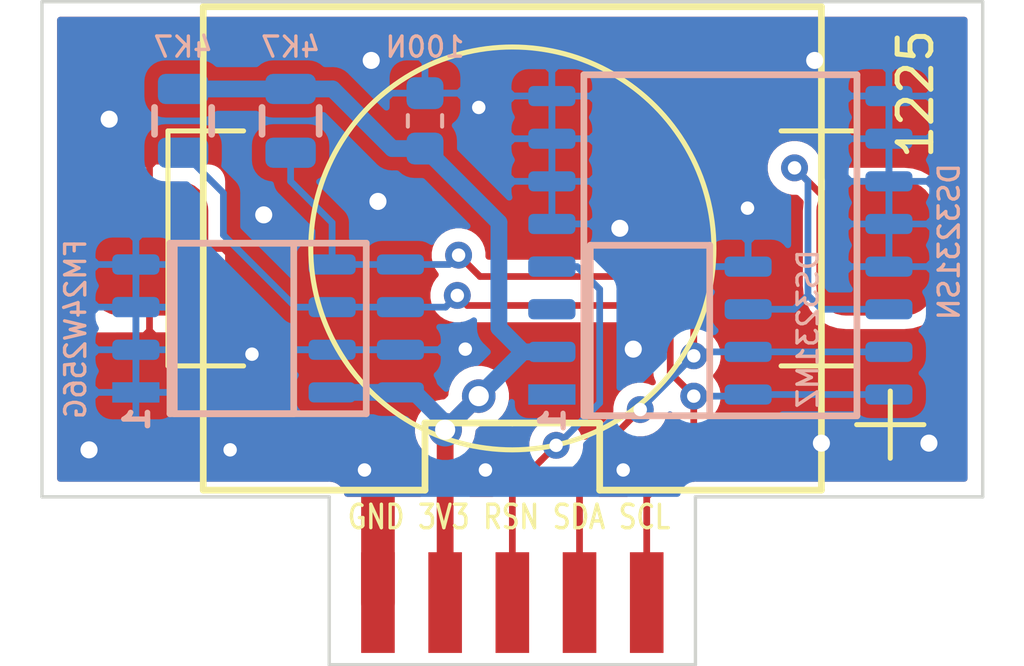
<source format=kicad_pcb>
(kicad_pcb (version 20171130) (host pcbnew 5.1.2-f72e74a~84~ubuntu14.04.1)

  (general
    (thickness 0.8)
    (drawings 12)
    (tracks 130)
    (zones 0)
    (modules 19)
    (nets 9)
  )

  (page A4)
  (title_block
    (title "RTC and FRAm")
    (date 2017-07-29)
    (rev 1)
    (comment 1 "Copyright © 2017 R Kilvington (eclrpk @ leeds.ac.uk)")
  )

  (layers
    (0 F.Cu signal)
    (31 B.Cu signal)
    (36 B.SilkS user hide)
    (37 F.SilkS user hide)
    (38 B.Mask user hide)
    (39 F.Mask user hide)
    (40 Dwgs.User user hide)
    (41 Cmts.User user hide)
    (44 Edge.Cuts user)
    (45 Margin user)
    (46 B.CrtYd user)
    (47 F.CrtYd user hide)
    (48 B.Fab user hide)
    (49 F.Fab user hide)
  )

  (setup
    (last_trace_width 0.2)
    (user_trace_width 1)
    (trace_clearance 0.2)
    (zone_clearance 0.4)
    (zone_45_only yes)
    (trace_min 0.2)
    (via_size 0.8)
    (via_drill 0.4)
    (via_min_size 0.8)
    (via_min_drill 0.4)
    (uvia_size 0.8)
    (uvia_drill 0.4)
    (uvias_allowed no)
    (uvia_min_size 0.508)
    (uvia_min_drill 0.127)
    (edge_width 0.1)
    (segment_width 0.2)
    (pcb_text_width 0.1)
    (pcb_text_size 0.8 0.8)
    (mod_edge_width 0.15)
    (mod_text_size 0.8 0.8)
    (mod_text_width 0.1)
    (pad_size 1.7272 1.7272)
    (pad_drill 1.016)
    (pad_to_mask_clearance 0.1)
    (solder_mask_min_width 0.1)
    (pad_to_paste_clearance -0.1)
    (aux_axis_origin 47 70)
    (grid_origin 46 83.75)
    (visible_elements 7FFFFFFF)
    (pcbplotparams
      (layerselection 0x010f0_80000001)
      (usegerberextensions true)
      (usegerberattributes false)
      (usegerberadvancedattributes false)
      (creategerberjobfile false)
      (excludeedgelayer true)
      (linewidth 0.100000)
      (plotframeref false)
      (viasonmask false)
      (mode 1)
      (useauxorigin false)
      (hpglpennumber 1)
      (hpglpenspeed 20)
      (hpglpendiameter 15.000000)
      (psnegative false)
      (psa4output false)
      (plotreference false)
      (plotvalue true)
      (plotinvisibletext false)
      (padsonsilk false)
      (subtractmaskfromsilk false)
      (outputformat 1)
      (mirror false)
      (drillshape 0)
      (scaleselection 1)
      (outputdirectory "production/"))
  )

  (net 0 "")
  (net 1 GND)
  (net 2 +3V3)
  (net 3 SCL-FRAM-RTC)
  (net 4 SDA-FRAM-RTC)
  (net 5 "Net-(BT1-Pad1)")
  (net 6 "Net-(U1-Pad1)")
  (net 7 "Net-(U1-Pad3)")
  (net 8 ~RESET)

  (net_class Default "This is the default net class."
    (clearance 0.2)
    (trace_width 0.2)
    (via_dia 0.8)
    (via_drill 0.4)
    (uvia_dia 0.8)
    (uvia_drill 0.4)
    (add_net GND)
    (add_net "Net-(BT1-Pad1)")
    (add_net "Net-(U1-Pad1)")
    (add_net "Net-(U1-Pad3)")
    (add_net SCL-FRAM-RTC)
    (add_net SDA-FRAM-RTC)
    (add_net ~RESET)
  )

  (net_class 0.5 ""
    (clearance 0.2)
    (trace_width 0.5)
    (via_dia 1)
    (via_drill 0.6)
    (uvia_dia 0.8)
    (uvia_drill 0.4)
    (add_net +3V3)
  )

  (module modules:SO-16-W (layer B.Cu) (tedit 5FFC61F3) (tstamp 5BC75B35)
    (at 66.193 76.257 90)
    (descr "Module CMS SOJ 16 pins tres large")
    (tags "CMS SOJ")
    (path /5EA42DDE)
    (attr smd)
    (fp_text reference U3 (at 0 0 90) (layer B.SilkS) hide
      (effects (font (size 1 1) (thickness 0.15)) (justify mirror))
    )
    (fp_text value DS3231SN (at 0.107 6.807 90) (layer B.SilkS)
      (effects (font (size 0.6 0.6) (thickness 0.1)) (justify mirror))
    )
    (fp_line (start -5.08 -4.064) (end 5.08 -4.064) (layer B.SilkS) (width 0.2))
    (fp_line (start -5.08 4.064) (end 5.08 4.064) (layer B.SilkS) (width 0.2))
    (fp_line (start -5.08 -4.064) (end -5.08 4.064) (layer B.SilkS) (width 0.2))
    (fp_line (start 5.08 4.064) (end 5.08 -4.064) (layer B.SilkS) (width 0.2))
    (fp_text user 1 (at -5.2 -5 90) (layer B.SilkS)
      (effects (font (size 0.7 0.7) (thickness 0.15)) (justify mirror))
    )
    (fp_line (start 5.5 6.4) (end 5.5 -6.4) (layer B.CrtYd) (width 0.05))
    (fp_line (start -5.5 6.4) (end -5.5 -6.4) (layer B.CrtYd) (width 0.05))
    (fp_line (start -5.5 6.4) (end 5.5 6.4) (layer B.CrtYd) (width 0.05))
    (fp_line (start -5.5 -6.4) (end 5.5 -6.4) (layer B.CrtYd) (width 0.05))
    (pad 1 smd rect (at -4.445 -5.0165 90) (size 0.6 1.4) (layers B.Cu B.Paste B.Mask)
      (net 6 "Net-(U1-Pad1)"))
    (pad 2 smd roundrect (at -3.175 -5.0165 90) (size 0.6 1.4) (layers B.Cu B.Paste B.Mask) (roundrect_rratio 0.25)
      (net 2 +3V3))
    (pad 3 smd roundrect (at -1.905 -5.0165 90) (size 0.6 1.4) (layers B.Cu B.Paste B.Mask) (roundrect_rratio 0.25)
      (net 7 "Net-(U1-Pad3)"))
    (pad 4 smd roundrect (at -0.635 -5.0165 90) (size 0.6 1.4) (layers B.Cu B.Paste B.Mask) (roundrect_rratio 0.25)
      (net 8 ~RESET))
    (pad 5 smd roundrect (at 0.635 -5.0165 90) (size 0.6 1.4) (layers B.Cu B.Paste B.Mask) (roundrect_rratio 0.25)
      (net 1 GND))
    (pad 6 smd roundrect (at 1.905 -5.0165 90) (size 0.6 1.4) (layers B.Cu B.Paste B.Mask) (roundrect_rratio 0.25)
      (net 1 GND))
    (pad 7 smd roundrect (at 3.175 -5.0165 90) (size 0.6 1.4) (layers B.Cu B.Paste B.Mask) (roundrect_rratio 0.25)
      (net 1 GND))
    (pad 8 smd roundrect (at 4.445 -5.0165 90) (size 0.6 1.4) (layers B.Cu B.Paste B.Mask) (roundrect_rratio 0.25)
      (net 1 GND))
    (pad 16 smd roundrect (at -4.445 5.0165 90) (size 0.6 1.4) (layers B.Cu B.Paste B.Mask) (roundrect_rratio 0.25)
      (net 3 SCL-FRAM-RTC))
    (pad 15 smd roundrect (at -3.175 5.0165 90) (size 0.6 1.4) (layers B.Cu B.Paste B.Mask) (roundrect_rratio 0.25)
      (net 4 SDA-FRAM-RTC))
    (pad 14 smd roundrect (at -1.905 5.0165 90) (size 0.6 1.4) (layers B.Cu B.Paste B.Mask) (roundrect_rratio 0.25)
      (net 5 "Net-(BT1-Pad1)"))
    (pad 13 smd roundrect (at -0.635 5.0165 90) (size 0.6 1.4) (layers B.Cu B.Paste B.Mask) (roundrect_rratio 0.25)
      (net 1 GND))
    (pad 12 smd roundrect (at 0.635 5.0165 90) (size 0.6 1.4) (layers B.Cu B.Paste B.Mask) (roundrect_rratio 0.25)
      (net 1 GND))
    (pad 11 smd roundrect (at 1.905 5.0165 90) (size 0.6 1.4) (layers B.Cu B.Paste B.Mask) (roundrect_rratio 0.25)
      (net 1 GND))
    (pad 10 smd roundrect (at 3.175 5.0165 90) (size 0.6 1.4) (layers B.Cu B.Paste B.Mask) (roundrect_rratio 0.25)
      (net 1 GND))
    (pad 9 smd roundrect (at 4.445 5.0165 90) (size 0.6 1.4) (layers B.Cu B.Paste B.Mask) (roundrect_rratio 0.25)
      (net 1 GND))
    (model SMD_Packages.3dshapes/SO-16-W.wrl
      (at (xyz 0 0 0))
      (scale (xyz 0.5 0.6 0.5))
      (rotate (xyz 0 0 0))
    )
  )

  (module modules:AVX_Card_Edge_5way_2mmPitch_0.8mmPCB (layer F.Cu) (tedit 5FFC2A91) (tstamp 5AC52BDA)
    (at 60 84)
    (path /5EA0B7BF)
    (fp_text reference J1 (at 0 7.2) (layer F.Fab) hide
      (effects (font (size 1 1) (thickness 0.15)))
    )
    (fp_text value Conn_01x05_Male (at 0 5.75) (layer F.Fab) hide
      (effects (font (size 1 1) (thickness 0.15)))
    )
    (fp_line (start 5.4 -0.25) (end 5.4 4.7) (layer F.CrtYd) (width 0.05))
    (fp_line (start -5.4 -0.25) (end -5.4 4.7) (layer F.CrtYd) (width 0.05))
    (fp_line (start -5.4 -0.25) (end 5.4 -0.25) (layer F.CrtYd) (width 0.05))
    (fp_line (start -5.4 4.7) (end 5.4 4.7) (layer F.CrtYd) (width 0.05))
    (pad 3 connect rect (at 0 2.9) (size 1 3) (layers F.Cu F.Mask)
      (net 8 ~RESET))
    (pad 2 connect rect (at -2 2.9) (size 1 3) (layers F.Cu F.Mask)
      (net 2 +3V3))
    (pad 1 connect rect (at -4 2.9) (size 1 3) (layers F.Cu F.Mask)
      (net 1 GND))
    (pad 4 connect rect (at 2 2.9) (size 1 3) (layers F.Cu F.Mask)
      (net 4 SDA-FRAM-RTC))
    (pad 5 connect rect (at 4 2.9) (size 1 3) (layers F.Cu F.Mask)
      (net 3 SCL-FRAM-RTC))
  )

  (module modules:R_SM_0805_2012Metric (layer B.Cu) (tedit 5ECAA518) (tstamp 5FE8D883)
    (at 53.4 72.55 270)
    (descr "Resistor SMD 0805 (2012 Metric), rounded (rectangular) end terminal, IPC_7351 nominal, (Body size source: https://docs.google.com/spreadsheets/d/1BsfQQcO9C6DZCsRaXUlFlo91Tg2WpOkGARC1WS5S8t0/edit?usp=sharing), generated with pain !")
    (tags resistor)
    (path /5EA47FCB)
    (attr smd)
    (fp_text reference R2 (at 0 0 180) (layer B.SilkS) hide
      (effects (font (size 0.6 0.6) (thickness 0.1)) (justify mirror))
    )
    (fp_text value 4K7 (at -2.2 0 180) (layer B.SilkS)
      (effects (font (size 0.6 0.6) (thickness 0.1)) (justify mirror))
    )
    (fp_line (start -1.75 -1) (end -1.75 1) (layer B.CrtYd) (width 0.05))
    (fp_line (start 1.75 -1) (end -1.75 -1) (layer B.CrtYd) (width 0.05))
    (fp_line (start 1.75 1) (end 1.75 -1) (layer B.CrtYd) (width 0.05))
    (fp_line (start -1.75 1) (end 1.75 1) (layer B.CrtYd) (width 0.05))
    (fp_line (start -0.4 0.85) (end 0.4 0.85) (layer B.SilkS) (width 0.2))
    (fp_line (start -0.4 -0.85) (end 0.4 -0.85) (layer B.SilkS) (width 0.2))
    (fp_text user %R (at 0 0 180) (layer B.Fab)
      (effects (font (size 0.5 0.5) (thickness 0.08)) (justify mirror))
    )
    (pad 2 smd roundrect (at 0.95 0 270) (size 0.9 1.5) (layers B.Cu B.Paste B.Mask) (roundrect_rratio 0.25)
      (net 4 SDA-FRAM-RTC))
    (pad 1 smd roundrect (at -0.95 0 270) (size 0.9 1.5) (layers B.Cu B.Paste B.Mask) (roundrect_rratio 0.25)
      (net 2 +3V3))
    (model ${KISYS3DMOD}/Resistor_SMD.3dshapes/R_0805_2012Metric.wrl
      (at (xyz 0 0 0))
      (scale (xyz 1 1 1))
      (rotate (xyz 0 0 0))
    )
  )

  (module modules:R_SM_0805_2012Metric (layer B.Cu) (tedit 5ECAA518) (tstamp 5EABEF72)
    (at 50.2 72.55 270)
    (descr "Resistor SMD 0805 (2012 Metric), rounded (rectangular) end terminal, IPC_7351 nominal, (Body size source: https://docs.google.com/spreadsheets/d/1BsfQQcO9C6DZCsRaXUlFlo91Tg2WpOkGARC1WS5S8t0/edit?usp=sharing), generated with pain !")
    (tags resistor)
    (path /5EA47E29)
    (attr smd)
    (fp_text reference R1 (at 0 0) (layer B.SilkS) hide
      (effects (font (size 0.6 0.6) (thickness 0.1)) (justify mirror))
    )
    (fp_text value 4K7 (at -2.2 0 180) (layer B.SilkS)
      (effects (font (size 0.6 0.6) (thickness 0.1)) (justify mirror))
    )
    (fp_line (start -1.75 -1) (end -1.75 1) (layer B.CrtYd) (width 0.05))
    (fp_line (start 1.75 -1) (end -1.75 -1) (layer B.CrtYd) (width 0.05))
    (fp_line (start 1.75 1) (end 1.75 -1) (layer B.CrtYd) (width 0.05))
    (fp_line (start -1.75 1) (end 1.75 1) (layer B.CrtYd) (width 0.05))
    (fp_line (start -0.4 0.85) (end 0.4 0.85) (layer B.SilkS) (width 0.2))
    (fp_line (start -0.4 -0.85) (end 0.4 -0.85) (layer B.SilkS) (width 0.2))
    (fp_text user %R (at 0 0 180) (layer B.Fab)
      (effects (font (size 0.5 0.5) (thickness 0.08)) (justify mirror))
    )
    (pad 2 smd roundrect (at 0.95 0 270) (size 0.9 1.5) (layers B.Cu B.Paste B.Mask) (roundrect_rratio 0.25)
      (net 3 SCL-FRAM-RTC))
    (pad 1 smd roundrect (at -0.95 0 270) (size 0.9 1.5) (layers B.Cu B.Paste B.Mask) (roundrect_rratio 0.25)
      (net 2 +3V3))
    (model ${KISYS3DMOD}/Resistor_SMD.3dshapes/R_0805_2012Metric.wrl
      (at (xyz 0 0 0))
      (scale (xyz 1 1 1))
      (rotate (xyz 0 0 0))
    )
  )

  (module modules:C_0603_1608Metric_Pad1.0x1.1mm_HandSolder (layer B.Cu) (tedit 5F91AF13) (tstamp 5FE8D6D4)
    (at 57.4 72.55 270)
    (descr "Capacitor SMD 0603 (1608 Metric), rounded (rectangular) end terminal, IPC_7351 nominal with elongated pad for handsoldering. (Body size source: http://www.tortai-tech.com/upload/download/2011102023233369053.pdf), generated with kicad-footprint-generator")
    (tags "capacitor handsolder")
    (path /5EA45B0E)
    (attr smd)
    (fp_text reference C1 (at 0 0 180) (layer B.SilkS) hide
      (effects (font (size 0.6 0.6) (thickness 0.1)) (justify mirror))
    )
    (fp_text value 100N (at -2.2 0 180) (layer B.SilkS)
      (effects (font (size 0.6 0.6) (thickness 0.1)) (justify mirror))
    )
    (fp_line (start 1.65 0.75) (end 1.65 -0.75) (layer B.CrtYd) (width 0.05))
    (fp_line (start -1.65 0.75) (end -1.65 -0.75) (layer B.CrtYd) (width 0.05))
    (fp_line (start 1.65 -0.75) (end -1.65 -0.75) (layer B.CrtYd) (width 0.05))
    (fp_line (start -1.65 0.75) (end 1.65 0.75) (layer B.CrtYd) (width 0.05))
    (fp_line (start -0.171267 -0.51) (end 0.171267 -0.51) (layer B.SilkS) (width 0.12))
    (fp_line (start -0.171267 0.51) (end 0.171267 0.51) (layer B.SilkS) (width 0.12))
    (fp_line (start 0.8 -0.4) (end -0.8 -0.4) (layer B.Fab) (width 0.1))
    (fp_line (start 0.8 0.4) (end 0.8 -0.4) (layer B.Fab) (width 0.1))
    (fp_line (start -0.8 0.4) (end 0.8 0.4) (layer B.Fab) (width 0.1))
    (fp_line (start -0.8 -0.4) (end -0.8 0.4) (layer B.Fab) (width 0.1))
    (fp_text user %R (at 0 0 90) (layer B.Fab)
      (effects (font (size 0.4 0.4) (thickness 0.06)) (justify mirror))
    )
    (pad 2 smd roundrect (at 0.825 0 270) (size 0.95 1.1) (layers B.Cu B.Paste B.Mask) (roundrect_rratio 0.25)
      (net 2 +3V3))
    (pad 1 smd roundrect (at -0.825 0 270) (size 0.95 1.1) (layers B.Cu B.Paste B.Mask) (roundrect_rratio 0.25)
      (net 1 GND))
    (model ${KISYS3DMOD}/Capacitor_SMD.3dshapes/C_0603_1608Metric.wrl
      (at (xyz 0 0 0))
      (scale (xyz 1 1 1))
      (rotate (xyz 0 0 0))
    )
  )

  (module modules:MPD_BHSD-1225-SM locked (layer F.Cu) (tedit 5FFC5984) (tstamp 597CED66)
    (at 60 76.35 180)
    (path /5EA454B5)
    (fp_text reference BT1 (at 11.25 5.5 180) (layer F.SilkS) hide
      (effects (font (size 1 1) (thickness 0.15)))
    )
    (fp_text value 1225 (at -12 4.6 270) (layer F.SilkS)
      (effects (font (size 1 1) (thickness 0.15)))
    )
    (fp_line (start 10.25 0) (end 10.25 -3.5) (layer F.SilkS) (width 0.15))
    (fp_line (start -10.25 0) (end -10.25 3.5) (layer F.SilkS) (width 0.15))
    (fp_line (start 10.25 0) (end 10.25 3.5) (layer F.SilkS) (width 0.15))
    (fp_line (start -10.25 -3.5) (end -10.25 0) (layer F.SilkS) (width 0.15))
    (fp_line (start -10.25 -3.5) (end -8 -3.5) (layer F.SilkS) (width 0.15))
    (fp_line (start 8 -3.5) (end 10.25 -3.5) (layer F.SilkS) (width 0.15))
    (fp_line (start -10.25 3.5) (end -8 3.5) (layer F.SilkS) (width 0.15))
    (fp_line (start 8 3.5) (end 10.25 3.5) (layer F.SilkS) (width 0.15))
    (fp_circle (center 0 0) (end 6 0) (layer F.SilkS) (width 0.15))
    (fp_line (start -12.25 -5.25) (end -10.25 -5.25) (layer F.SilkS) (width 0.15))
    (fp_line (start -11.25 -4.25) (end -11.25 -6.25) (layer F.SilkS) (width 0.15))
    (fp_line (start 0 -5.2) (end -2.6 -5.2) (layer F.SilkS) (width 0.2))
    (fp_line (start 0 -5.2) (end 2.6 -5.2) (layer F.SilkS) (width 0.2))
    (fp_line (start -9.2 -7.2) (end -2.6 -7.2) (layer F.SilkS) (width 0.2))
    (fp_line (start 2.6 -7.2) (end 9.2 -7.2) (layer F.SilkS) (width 0.2))
    (fp_line (start -9.2 7.2) (end 9.2 7.2) (layer F.SilkS) (width 0.2))
    (fp_line (start -2.6 -7.2) (end -2.6 -5.2) (layer F.SilkS) (width 0.2))
    (fp_line (start 2.6 -7.2) (end 2.6 -5.2) (layer F.SilkS) (width 0.2))
    (fp_line (start -9.2 -7.2) (end -9.2 7.2) (layer F.SilkS) (width 0.2))
    (fp_line (start 9.2 -7.2) (end 9.2 7.2) (layer F.SilkS) (width 0.2))
    (fp_line (start -13 -7.3) (end 13 -7.3) (layer F.CrtYd) (width 0.05))
    (fp_line (start -13 7.3) (end 13 7.3) (layer F.CrtYd) (width 0.05))
    (fp_line (start 13 -7.3) (end 13 7.3) (layer F.CrtYd) (width 0.05))
    (fp_line (start -13 -7.3) (end -13 7.3) (layer F.CrtYd) (width 0.05))
    (pad 1 smd roundrect (at -10.8 0 180) (size 3.5 4) (layers F.Cu F.Paste F.Mask) (roundrect_rratio 0.25)
      (net 5 "Net-(BT1-Pad1)"))
    (pad 2 smd roundrect (at 10.8 0 180) (size 3.5 4) (layers F.Cu F.Paste F.Mask) (roundrect_rratio 0.25)
      (net 1 GND))
  )

  (module modules:GND_PLANE_VIA (layer F.Cu) (tedit 5EA4652C) (tstamp 5B6DE49C)
    (at 47.4 82.35)
    (path /5EA41186)
    (fp_text reference v5 (at 0 0.5) (layer F.SilkS) hide
      (effects (font (size 0.127 0.127) (thickness 0.03175)))
    )
    (fp_text value gnd_via (at 0 -0.5) (layer F.SilkS) hide
      (effects (font (size 0.127 0.127) (thickness 0.03175)))
    )
    (pad 1 thru_hole circle (at 0 0) (size 0.889 0.889) (drill 0.508) (layers *.Cu)
      (net 1 GND) (zone_connect 2))
  )

  (module modules:GND_PLANE_VIA (layer F.Cu) (tedit 5EA4652C) (tstamp 5B6DE497)
    (at 63.2 75.75)
    (path /5EA411FA)
    (fp_text reference v4 (at 0 0.5) (layer F.SilkS) hide
      (effects (font (size 0.127 0.127) (thickness 0.03175)))
    )
    (fp_text value gnd_via (at 0 -0.5) (layer F.SilkS) hide
      (effects (font (size 0.127 0.127) (thickness 0.03175)))
    )
    (pad 1 thru_hole circle (at 0 0) (size 0.889 0.889) (drill 0.508) (layers *.Cu)
      (net 1 GND) (zone_connect 2))
  )

  (module modules:GND_PLANE_VIA (layer F.Cu) (tedit 5EA4652C) (tstamp 5B6DE492)
    (at 69.2 82.15)
    (path /5EA41162)
    (fp_text reference v3 (at 0 0.5) (layer F.SilkS) hide
      (effects (font (size 0.127 0.127) (thickness 0.03175)))
    )
    (fp_text value gnd_via (at 0 -0.5) (layer F.SilkS) hide
      (effects (font (size 0.127 0.127) (thickness 0.03175)))
    )
    (pad 1 thru_hole circle (at 0 0) (size 0.889 0.889) (drill 0.508) (layers *.Cu)
      (net 1 GND) (zone_connect 2))
  )

  (module modules:GND_PLANE_VIA (layer F.Cu) (tedit 5EA4652C) (tstamp 5B6DE48D)
    (at 72.4 82.15)
    (path /5EA411DD)
    (fp_text reference v2 (at 0 0.5) (layer F.SilkS) hide
      (effects (font (size 0.127 0.127) (thickness 0.03175)))
    )
    (fp_text value gnd_via (at 0 -0.5) (layer F.SilkS) hide
      (effects (font (size 0.127 0.127) (thickness 0.03175)))
    )
    (pad 1 thru_hole circle (at 0 0) (size 0.889 0.889) (drill 0.508) (layers *.Cu)
      (net 1 GND) (zone_connect 2))
  )

  (module modules:GND_PLANE_VIA (layer F.Cu) (tedit 5EA4652C) (tstamp 5B6DE488)
    (at 56 74.95)
    (path /5EA410DD)
    (fp_text reference v1 (at 0 0.5) (layer F.SilkS) hide
      (effects (font (size 0.127 0.127) (thickness 0.03175)))
    )
    (fp_text value gnd_via (at 0 -0.5) (layer F.SilkS) hide
      (effects (font (size 0.127 0.127) (thickness 0.03175)))
    )
    (pad 1 thru_hole circle (at 0 0) (size 0.889 0.889) (drill 0.508) (layers *.Cu)
      (net 1 GND) (zone_connect 2))
  )

  (module modules:GND_PLANE_VIA (layer F.Cu) (tedit 5EA4652C) (tstamp 5DBC650C)
    (at 55.8 70.75)
    (path /5EA41217)
    (fp_text reference v6 (at 0 0.5) (layer F.SilkS) hide
      (effects (font (size 0.127 0.127) (thickness 0.03175)))
    )
    (fp_text value gnd_via (at 0 -0.5) (layer F.SilkS) hide
      (effects (font (size 0.127 0.127) (thickness 0.03175)))
    )
    (pad 1 thru_hole circle (at 0 0) (size 0.889 0.889) (drill 0.508) (layers *.Cu)
      (net 1 GND) (zone_connect 2))
  )

  (module modules:GND_PLANE_VIA (layer F.Cu) (tedit 5EA4652C) (tstamp 5DBC6500)
    (at 69 70.75)
    (path /5EA411A3)
    (fp_text reference v7 (at 0 0.5) (layer F.SilkS) hide
      (effects (font (size 0.127 0.127) (thickness 0.03175)))
    )
    (fp_text value gnd_via (at 0 -0.5) (layer F.SilkS) hide
      (effects (font (size 0.127 0.127) (thickness 0.03175)))
    )
    (pad 1 thru_hole circle (at 0 0) (size 0.889 0.889) (drill 0.508) (layers *.Cu)
      (net 1 GND) (zone_connect 2))
  )

  (module modules:GND_PLANE_VIA (layer F.Cu) (tedit 5EA4652C) (tstamp 5DBC6530)
    (at 48 72.5)
    (path /5EA41234)
    (fp_text reference v8 (at 0 0.5) (layer F.SilkS) hide
      (effects (font (size 0.127 0.127) (thickness 0.03175)))
    )
    (fp_text value gnd_via (at 0 -0.5) (layer F.SilkS) hide
      (effects (font (size 0.127 0.127) (thickness 0.03175)))
    )
    (pad 1 thru_hole circle (at 0 0) (size 0.889 0.889) (drill 0.508) (layers *.Cu)
      (net 1 GND) (zone_connect 2))
  )

  (module modules:GND_PLANE_VIA (layer F.Cu) (tedit 5EA4652C) (tstamp 5DBC6524)
    (at 52.6 75.35)
    (path /5EA411C0)
    (fp_text reference v9 (at 0 0.5) (layer F.SilkS) hide
      (effects (font (size 0.127 0.127) (thickness 0.03175)))
    )
    (fp_text value gnd_via (at 0 -0.5) (layer F.SilkS) hide
      (effects (font (size 0.127 0.127) (thickness 0.03175)))
    )
    (pad 1 thru_hole circle (at 0 0) (size 0.889 0.889) (drill 0.508) (layers *.Cu)
      (net 1 GND) (zone_connect 2))
  )

  (module modules:GND_PLANE_VIA (layer F.Cu) (tedit 5EA4652C) (tstamp 5DBC6518)
    (at 63.6 79.35)
    (path /5EA41251)
    (fp_text reference v10 (at 0 0.5) (layer F.SilkS) hide
      (effects (font (size 0.127 0.127) (thickness 0.03175)))
    )
    (fp_text value gnd_via (at 0 -0.5) (layer F.SilkS) hide
      (effects (font (size 0.127 0.127) (thickness 0.03175)))
    )
    (pad 1 thru_hole circle (at 0 0) (size 0.889 0.889) (drill 0.508) (layers *.Cu)
      (net 1 GND) (zone_connect 2))
  )

  (module modules:SO-8 (layer B.Cu) (tedit 5FFC626F) (tstamp 5BC75B03)
    (at 64.0975 78.797 90)
    (path /5EA43092)
    (fp_text reference U1 (at 0 0 90) (layer B.SilkS) hide
      (effects (font (size 0.7 0.7) (thickness 0.15)) (justify mirror))
    )
    (fp_text value DS3231MZ (at 0.047 4.7025 90) (layer B.SilkS)
      (effects (font (size 0.6 0.6) (thickness 0.1)) (justify mirror))
    )
    (fp_line (start 2.54 1.778) (end 2.54 -1.778) (layer B.SilkS) (width 0.2))
    (fp_line (start -2.54 1.778) (end -2.54 -1.778) (layer B.SilkS) (width 0.2))
    (fp_line (start -2.54 -1.778) (end 2.54 -1.778) (layer B.SilkS) (width 0.2))
    (fp_line (start -2.54 1.778) (end 2.54 1.778) (layer B.SilkS) (width 0.2))
    (fp_text user 1 (at -2.7 -2.9 90) (layer B.SilkS)
      (effects (font (size 0.7 0.7) (thickness 0.15)) (justify mirror))
    )
    (fp_line (start -3 -4.3) (end 3 -4.3) (layer B.CrtYd) (width 0.05))
    (fp_line (start 3 4.3) (end -3 4.3) (layer B.CrtYd) (width 0.05))
    (fp_line (start 3 4.3) (end 3 -4.3) (layer B.CrtYd) (width 0.05))
    (fp_line (start -3 4.3) (end -3 -4.3) (layer B.CrtYd) (width 0.05))
    (pad 8 smd roundrect (at -1.905 2.921 90) (size 0.6 1.4) (layers B.Cu B.Paste B.Mask) (roundrect_rratio 0.25)
      (net 3 SCL-FRAM-RTC))
    (pad 7 smd roundrect (at -0.635 2.921 90) (size 0.6 1.4) (layers B.Cu B.Paste B.Mask) (roundrect_rratio 0.25)
      (net 4 SDA-FRAM-RTC))
    (pad 6 smd roundrect (at 0.635 2.921 90) (size 0.6 1.4) (layers B.Cu B.Paste B.Mask) (roundrect_rratio 0.25)
      (net 5 "Net-(BT1-Pad1)"))
    (pad 5 smd roundrect (at 1.905 2.921 90) (size 0.6 1.4) (layers B.Cu B.Paste B.Mask) (roundrect_rratio 0.25)
      (net 1 GND))
    (pad 4 smd roundrect (at 1.905 -2.921 90) (size 0.6 1.4) (layers B.Cu B.Paste B.Mask) (roundrect_rratio 0.25)
      (net 8 ~RESET))
    (pad 3 smd roundrect (at 0.635 -2.921 90) (size 0.6 1.4) (layers B.Cu B.Paste B.Mask) (roundrect_rratio 0.25)
      (net 7 "Net-(U1-Pad3)"))
    (pad 2 smd roundrect (at -0.635 -2.921 90) (size 0.6 1.4) (layers B.Cu B.Paste B.Mask) (roundrect_rratio 0.25)
      (net 2 +3V3))
    (pad 1 smd rect (at -1.905 -2.921 90) (size 0.6 1.4) (layers B.Cu B.Paste B.Mask)
      (net 6 "Net-(U1-Pad1)"))
    (model Housings_SOIC.3dshapes/SOIC-8_3.9x4.9mm_Pitch1.27mm.wrl
      (at (xyz 0 0 0))
      (scale (xyz 1 1 1))
      (rotate (xyz 0 0 270))
    )
  )

  (module modules:SO-8 (layer B.Cu) (tedit 5FFC626F) (tstamp 5BC75B18)
    (at 51.715 78.7335 90)
    (path /5EA43AAA)
    (fp_text reference U2 (at 0 0 90) (layer B.SilkS) hide
      (effects (font (size 0.7 0.7) (thickness 0.15)) (justify mirror))
    )
    (fp_text value MB85RC256V (at 0 -0.889 90) (layer B.SilkS) hide
      (effects (font (size 0.6 0.6) (thickness 0.1)) (justify mirror))
    )
    (fp_line (start 2.54 1.778) (end 2.54 -1.778) (layer B.SilkS) (width 0.2))
    (fp_line (start -2.54 1.778) (end -2.54 -1.778) (layer B.SilkS) (width 0.2))
    (fp_line (start -2.54 -1.778) (end 2.54 -1.778) (layer B.SilkS) (width 0.2))
    (fp_line (start -2.54 1.778) (end 2.54 1.778) (layer B.SilkS) (width 0.2))
    (fp_text user 1 (at -2.7 -2.9 90) (layer B.SilkS)
      (effects (font (size 0.7 0.7) (thickness 0.15)) (justify mirror))
    )
    (fp_line (start -3 -4.3) (end 3 -4.3) (layer B.CrtYd) (width 0.05))
    (fp_line (start 3 4.3) (end -3 4.3) (layer B.CrtYd) (width 0.05))
    (fp_line (start 3 4.3) (end 3 -4.3) (layer B.CrtYd) (width 0.05))
    (fp_line (start -3 4.3) (end -3 -4.3) (layer B.CrtYd) (width 0.05))
    (pad 8 smd roundrect (at -1.905 2.921 90) (size 0.6 1.4) (layers B.Cu B.Paste B.Mask) (roundrect_rratio 0.25)
      (net 2 +3V3))
    (pad 7 smd roundrect (at -0.635 2.921 90) (size 0.6 1.4) (layers B.Cu B.Paste B.Mask) (roundrect_rratio 0.25)
      (net 1 GND))
    (pad 6 smd roundrect (at 0.635 2.921 90) (size 0.6 1.4) (layers B.Cu B.Paste B.Mask) (roundrect_rratio 0.25)
      (net 3 SCL-FRAM-RTC))
    (pad 5 smd roundrect (at 1.905 2.921 90) (size 0.6 1.4) (layers B.Cu B.Paste B.Mask) (roundrect_rratio 0.25)
      (net 4 SDA-FRAM-RTC))
    (pad 4 smd roundrect (at 1.905 -2.921 90) (size 0.6 1.4) (layers B.Cu B.Paste B.Mask) (roundrect_rratio 0.25)
      (net 1 GND))
    (pad 3 smd roundrect (at 0.635 -2.921 90) (size 0.6 1.4) (layers B.Cu B.Paste B.Mask) (roundrect_rratio 0.25)
      (net 1 GND))
    (pad 2 smd roundrect (at -0.635 -2.921 90) (size 0.6 1.4) (layers B.Cu B.Paste B.Mask) (roundrect_rratio 0.25)
      (net 1 GND))
    (pad 1 smd rect (at -1.905 -2.921 90) (size 0.6 1.4) (layers B.Cu B.Paste B.Mask)
      (net 1 GND))
    (model Housings_SOIC.3dshapes/SOIC-8_3.9x4.9mm_Pitch1.27mm.wrl
      (at (xyz 0 0 0))
      (scale (xyz 1 1 1))
      (rotate (xyz 0 0 270))
    )
  )

  (module modules:EIAJ-SOIC-8 (layer B.Cu) (tedit 5FFC5D45) (tstamp 5BC75B4A)
    (at 52.731 78.7335 90)
    (path /5EA4386C)
    (fp_text reference U4 (at 0 0 90) (layer B.SilkS) hide
      (effects (font (size 0.7 0.7) (thickness 0.15)) (justify mirror))
    )
    (fp_text value FM24W256G (at -0.0165 -5.731 90) (layer B.SilkS)
      (effects (font (size 0.6 0.6) (thickness 0.1)) (justify mirror))
    )
    (fp_line (start -2.54 -2.921) (end 2.54 -2.921) (layer B.SilkS) (width 0.2))
    (fp_line (start -2.54 2.921) (end 2.54 2.921) (layer B.SilkS) (width 0.2))
    (fp_line (start 2.54 2.921) (end 2.54 -2.921) (layer B.SilkS) (width 0.2))
    (fp_line (start -2.54 2.921) (end -2.54 -2.921) (layer B.SilkS) (width 0.2))
    (fp_text user 1 (at -2.7 -3.9 90) (layer B.SilkS)
      (effects (font (size 0.7 0.7) (thickness 0.15)) (justify mirror))
    )
    (fp_line (start -3 -5.3) (end 3 -5.3) (layer B.CrtYd) (width 0.05))
    (fp_line (start -3 5.3) (end 3 5.3) (layer B.CrtYd) (width 0.05))
    (fp_line (start 3 5.3) (end 3 -5.3) (layer B.CrtYd) (width 0.05))
    (fp_line (start -3 -5.3) (end -3 5.3) (layer B.CrtYd) (width 0.05))
    (pad 8 smd roundrect (at -1.905 3.937 90) (size 0.6 1.4) (layers B.Cu B.Paste B.Mask) (roundrect_rratio 0.25)
      (net 2 +3V3))
    (pad 7 smd roundrect (at -0.635 3.937 90) (size 0.6 1.4) (layers B.Cu B.Paste B.Mask) (roundrect_rratio 0.25)
      (net 1 GND))
    (pad 6 smd roundrect (at 0.635 3.937 90) (size 0.6 1.4) (layers B.Cu B.Paste B.Mask) (roundrect_rratio 0.25)
      (net 3 SCL-FRAM-RTC))
    (pad 5 smd roundrect (at 1.905 3.937 90) (size 0.6 1.4) (layers B.Cu B.Paste B.Mask) (roundrect_rratio 0.25)
      (net 4 SDA-FRAM-RTC))
    (pad 4 smd roundrect (at 1.905 -3.937 90) (size 0.6 1.4) (layers B.Cu B.Paste B.Mask) (roundrect_rratio 0.25)
      (net 1 GND))
    (pad 3 smd roundrect (at 0.635 -3.937 90) (size 0.6 1.4) (layers B.Cu B.Paste B.Mask) (roundrect_rratio 0.25)
      (net 1 GND))
    (pad 2 smd roundrect (at -0.635 -3.937 90) (size 0.6 1.4) (layers B.Cu B.Paste B.Mask) (roundrect_rratio 0.25)
      (net 1 GND))
    (pad 1 smd rect (at -1.905 -3.937 90) (size 0.6 1.4) (layers B.Cu B.Paste B.Mask)
      (net 1 GND))
    (model Housings_SOIC.3dshapes/SOIC-8_3.9x4.9mm_Pitch1.27mm.wrl
      (at (xyz 0 0 0))
      (scale (xyz 1 1 1))
      (rotate (xyz 0 0 270))
    )
  )

  (gr_line (start 54.55 83.75) (end 46 83.75) (angle 90) (layer Edge.Cuts) (width 0.1))
  (gr_line (start 65.45 83.75) (end 74 83.75) (angle 90) (layer Edge.Cuts) (width 0.1))
  (dimension 10.9 (width 0.2) (layer Cmts.User)
    (gr_text "10.900 mm" (at 60 92.55) (layer Cmts.User)
      (effects (font (size 0.8 0.8) (thickness 0.2)))
    )
    (feature1 (pts (xy 65.45 88.75) (xy 65.45 93.35)))
    (feature2 (pts (xy 54.55 88.75) (xy 54.55 93.35)))
    (crossbar (pts (xy 54.55 91.75) (xy 65.45 91.75)))
    (arrow1a (pts (xy 65.45 91.75) (xy 64.323496 92.336421)))
    (arrow1b (pts (xy 65.45 91.75) (xy 64.323496 91.163579)))
    (arrow2a (pts (xy 54.55 91.75) (xy 55.676504 92.336421)))
    (arrow2b (pts (xy 54.55 91.75) (xy 55.676504 91.163579)))
  )
  (gr_line (start 54.55 88.75) (end 65.45 88.75) (angle 90) (layer Edge.Cuts) (width 0.1))
  (dimension 10.8 (width 0.2) (layer Cmts.User)
    (gr_text "10.800 mm" (at 60 82.25) (layer Cmts.User)
      (effects (font (size 0.8 0.8) (thickness 0.2)))
    )
    (feature1 (pts (xy 65.4 83.75) (xy 65.4 81.45)))
    (feature2 (pts (xy 54.6 83.75) (xy 54.6 81.45)))
    (crossbar (pts (xy 54.6 83.05) (xy 65.4 83.05)))
    (arrow1a (pts (xy 65.4 83.05) (xy 64.273496 83.636421)))
    (arrow1b (pts (xy 65.4 83.05) (xy 64.273496 82.463579)))
    (arrow2a (pts (xy 54.6 83.05) (xy 55.726504 83.636421)))
    (arrow2b (pts (xy 54.6 83.05) (xy 55.726504 82.463579)))
  )
  (gr_line (start 54.55 83.75) (end 54.55 88.75) (angle 90) (layer Edge.Cuts) (width 0.1))
  (gr_line (start 65.45 83.75) (end 65.45 88.75) (angle 90) (layer Edge.Cuts) (width 0.1))
  (dimension 19.75 (width 0.2) (layer Cmts.User)
    (gr_text "19.750 mm" (at 78.8 78.875 270) (layer Cmts.User)
      (effects (font (size 0.8 0.8) (thickness 0.2)))
    )
    (feature1 (pts (xy 74.5 88.75) (xy 79.6 88.75)))
    (feature2 (pts (xy 74.5 69) (xy 79.6 69)))
    (crossbar (pts (xy 78 69) (xy 78 88.75)))
    (arrow1a (pts (xy 78 88.75) (xy 77.413579 87.623496)))
    (arrow1b (pts (xy 78 88.75) (xy 78.586421 87.623496)))
    (arrow2a (pts (xy 78 69) (xy 77.413579 70.126504)))
    (arrow2b (pts (xy 78 69) (xy 78.586421 70.126504)))
  )
  (gr_line (start 46 69) (end 46 83.75) (angle 90) (layer Edge.Cuts) (width 0.1))
  (gr_line (start 74 69) (end 74 83.75) (angle 90) (layer Edge.Cuts) (width 0.1))
  (gr_line (start 46 69) (end 74 69) (angle 90) (layer Edge.Cuts) (width 0.1))
  (gr_text "GND 3V3 RSN SDA SCL" (at 59.9 84.35) (layer F.SilkS)
    (effects (font (size 0.7 0.55) (thickness 0.1)))
  )

  (segment (start 52.044499 82.794499) (end 51.6 82.35) (width 0.2) (layer F.Cu) (net 1))
  (segment (start 52.2 82.95) (end 52.044499 82.794499) (width 0.2) (layer F.Cu) (net 1))
  (segment (start 55.6 82.95) (end 52.2 82.95) (width 0.2) (layer F.Cu) (net 1))
  (via (at 51.6 82.35) (size 0.8) (drill 0.4) (layers F.Cu B.Cu) (net 1))
  (via (at 63.3 82.95) (size 0.8) (drill 0.4) (layers F.Cu B.Cu) (net 1))
  (segment (start 59 82.95) (end 63.2 82.95) (width 0.2) (layer B.Cu) (net 1))
  (segment (start 56 83.35) (end 55.6 82.95) (width 1) (layer F.Cu) (net 1))
  (segment (start 56 86.9) (end 56 83.35) (width 1) (layer F.Cu) (net 1))
  (segment (start 59 82.95) (end 55.6 82.95) (width 0.2) (layer B.Cu) (net 1))
  (via (at 55.6 82.95) (size 0.8) (drill 0.4) (layers F.Cu B.Cu) (net 1))
  (via (at 59.2 82.95) (size 0.8) (drill 0.4) (layers F.Cu B.Cu) (net 1))
  (segment (start 52.25 79.5) (end 52.3815 79.3685) (width 0.2) (layer B.Cu) (net 1))
  (segment (start 52.3815 79.3685) (end 54.636 79.3685) (width 0.2) (layer B.Cu) (net 1) (tstamp 5BC761C5))
  (segment (start 71.2095 71.812) (end 71.2095 73.082) (width 0.2) (layer B.Cu) (net 1))
  (segment (start 71.2095 73.082) (end 71.2095 74.352) (width 0.2) (layer B.Cu) (net 1) (tstamp 5BC75EDC))
  (segment (start 71.2095 74.352) (end 71.2095 75.622) (width 0.2) (layer B.Cu) (net 1) (tstamp 5BC75EDD))
  (segment (start 71.2095 75.622) (end 71.2095 76.892) (width 0.2) (layer B.Cu) (net 1) (tstamp 5BC75EDE))
  (segment (start 61.1765 71.812) (end 61.1765 73.082) (width 0.2) (layer B.Cu) (net 1))
  (segment (start 61.1765 73.082) (end 61.1765 74.352) (width 0.2) (layer B.Cu) (net 1) (tstamp 5BC75ED7))
  (segment (start 61.1765 74.352) (end 61.1765 75.622) (width 0.2) (layer B.Cu) (net 1) (tstamp 5BC75ED8))
  (segment (start 56.668 79.3685) (end 54.636 79.3685) (width 0.2) (layer B.Cu) (net 1))
  (via (at 52.25 79.5) (size 0.8) (drill 0.4) (layers F.Cu B.Cu) (net 1))
  (segment (start 52.25 79.5) (end 50.8485 78.0985) (width 0.2) (layer B.Cu) (net 1))
  (segment (start 50.8485 78.0985) (end 48.794 78.0985) (width 0.2) (layer B.Cu) (net 1) (tstamp 5BC75EB8))
  (segment (start 48.794 76.8285) (end 48.794 78.0985) (width 0.2) (layer B.Cu) (net 1))
  (segment (start 48.794 78.0985) (end 48.794 79.3685) (width 0.2) (layer B.Cu) (net 1) (tstamp 5BC75EB3))
  (segment (start 48.794 79.3685) (end 48.794 80.6385) (width 0.2) (layer B.Cu) (net 1) (tstamp 5BC75EB4))
  (via (at 59 72.15) (size 0.8) (drill 0.4) (layers F.Cu B.Cu) (net 1))
  (segment (start 61.1765 71.812) (end 59.338 71.812) (width 0.2) (layer B.Cu) (net 1))
  (segment (start 59.338 71.812) (end 59 72.15) (width 0.2) (layer B.Cu) (net 1))
  (segment (start 57.4 71.725) (end 58.575 71.725) (width 0.2) (layer B.Cu) (net 1))
  (segment (start 58.575 71.725) (end 59 72.15) (width 0.2) (layer B.Cu) (net 1))
  (segment (start 47.4 82.35) (end 51.6 82.35) (width 0.2) (layer F.Cu) (net 1))
  (segment (start 72.4 82.15) (end 69.2 82.15) (width 0.2) (layer B.Cu) (net 1))
  (segment (start 68.4 82.95) (end 69.2 82.15) (width 0.2) (layer B.Cu) (net 1))
  (segment (start 63.3 82.95) (end 68.4 82.95) (width 0.2) (layer B.Cu) (net 1))
  (segment (start 56.668 79.3685) (end 58.3815 79.3685) (width 0.2) (layer B.Cu) (net 1))
  (segment (start 58.3815 79.3685) (end 58.4 79.35) (width 0.2) (layer B.Cu) (net 1))
  (via (at 58.6 79.35) (size 0.8) (drill 0.4) (layers F.Cu B.Cu) (net 1))
  (segment (start 67.0185 75.1685) (end 67 75.15) (width 0.2) (layer B.Cu) (net 1))
  (segment (start 67.0185 76.892) (end 67.0185 75.1685) (width 0.2) (layer B.Cu) (net 1))
  (via (at 67 75.15) (size 0.8) (drill 0.4) (layers F.Cu B.Cu) (net 1))
  (segment (start 63.072 75.622) (end 63.2 75.75) (width 0.2) (layer B.Cu) (net 1))
  (segment (start 61.1765 75.622) (end 63.072 75.622) (width 0.2) (layer B.Cu) (net 1))
  (segment (start 70.062 71.812) (end 69 70.75) (width 0.2) (layer B.Cu) (net 1))
  (segment (start 71.2095 71.812) (end 70.062 71.812) (width 0.2) (layer B.Cu) (net 1))
  (segment (start 55.8 70.75) (end 69 70.75) (width 0.2) (layer F.Cu) (net 1))
  (segment (start 56.668 80.6385) (end 54.636 80.6385) (width 0.5) (layer B.Cu) (net 2))
  (segment (start 50.2 71.6) (end 53.4 71.6) (width 0.5) (layer B.Cu) (net 2))
  (segment (start 54.65 71.6) (end 53.4 71.6) (width 0.5) (layer B.Cu) (net 2))
  (segment (start 56.425 73.375) (end 54.65 71.6) (width 0.5) (layer B.Cu) (net 2))
  (segment (start 57.4 73.375) (end 56.425 73.375) (width 0.5) (layer B.Cu) (net 2))
  (via (at 58.999994 80.75) (size 1) (drill 0.6) (layers F.Cu B.Cu) (net 2))
  (segment (start 58 81.749994) (end 58 81.75) (width 0.5) (layer F.Cu) (net 2))
  (segment (start 58 81.749994) (end 58 81.75) (width 0.5) (layer B.Cu) (net 2))
  (segment (start 58.999994 80.75) (end 58 81.749994) (width 0.5) (layer B.Cu) (net 2))
  (segment (start 58.999994 80.75) (end 58 81.749994) (width 0.5) (layer F.Cu) (net 2))
  (segment (start 58 81.55) (end 58 81.75) (width 0.5) (layer B.Cu) (net 2))
  (segment (start 57.0885 80.6385) (end 58 81.55) (width 0.5) (layer B.Cu) (net 2))
  (segment (start 56.668 80.6385) (end 57.0885 80.6385) (width 0.5) (layer B.Cu) (net 2))
  (segment (start 58 86.9) (end 58 81.75) (width 0.5) (layer F.Cu) (net 2))
  (via (at 58 81.75) (size 1) (drill 0.6) (layers F.Cu B.Cu) (net 2))
  (segment (start 60.317994 79.432) (end 58.999994 80.75) (width 0.5) (layer B.Cu) (net 2))
  (segment (start 61.1765 79.432) (end 60.317994 79.432) (width 0.5) (layer B.Cu) (net 2))
  (segment (start 59.6 75.575) (end 57.4 73.375) (width 0.5) (layer B.Cu) (net 2))
  (segment (start 59.6 78.714006) (end 59.6 75.575) (width 0.5) (layer B.Cu) (net 2))
  (segment (start 60.317994 79.432) (end 59.6 78.714006) (width 0.5) (layer B.Cu) (net 2))
  (segment (start 67.0185 80.702) (end 71.2095 80.702) (width 0.2) (layer B.Cu) (net 3))
  (segment (start 56.668 78.0985) (end 54.636 78.0985) (width 0.2) (layer B.Cu) (net 3))
  (segment (start 51.4 74.7) (end 50.2 73.5) (width 0.2) (layer B.Cu) (net 3))
  (segment (start 53.55 78.1) (end 51.4 75.95) (width 0.2) (layer B.Cu) (net 3))
  (segment (start 54.25 78.1) (end 53.55 78.1) (width 0.2) (layer B.Cu) (net 3))
  (segment (start 54.2485 78.0985) (end 54.25 78.1) (width 0.2) (layer B.Cu) (net 3))
  (segment (start 51.4 75.95) (end 51.4 74.7) (width 0.2) (layer B.Cu) (net 3))
  (segment (start 54.636 78.0985) (end 54.2485 78.0985) (width 0.2) (layer B.Cu) (net 3))
  (segment (start 65.399999 82.350001) (end 65.399999 80.749999) (width 0.2) (layer F.Cu) (net 3))
  (segment (start 64 86.9) (end 64 83.75) (width 0.2) (layer F.Cu) (net 3))
  (segment (start 66.620501 80.749999) (end 65.399999 80.749999) (width 0.2) (layer B.Cu) (net 3))
  (segment (start 66.6685 80.702) (end 66.620501 80.749999) (width 0.2) (layer B.Cu) (net 3))
  (segment (start 67.0185 80.702) (end 66.6685 80.702) (width 0.2) (layer B.Cu) (net 3))
  (via (at 65.399999 80.749999) (size 0.8) (drill 0.4) (layers F.Cu B.Cu) (net 3))
  (segment (start 64 83.75) (end 65.399999 82.350001) (width 0.2) (layer F.Cu) (net 3))
  (segment (start 58.013687 78.0985) (end 58.362187 77.75) (width 0.2) (layer B.Cu) (net 3))
  (segment (start 56.668 78.0985) (end 58.013687 78.0985) (width 0.2) (layer B.Cu) (net 3))
  (via (at 58.362187 77.75) (size 0.8) (drill 0.4) (layers F.Cu B.Cu) (net 3))
  (segment (start 64.1 78.05) (end 58.662187 78.05) (width 0.2) (layer F.Cu) (net 3))
  (segment (start 64.699999 78.649999) (end 64.1 78.05) (width 0.2) (layer F.Cu) (net 3))
  (segment (start 58.662187 78.05) (end 58.362187 77.75) (width 0.2) (layer F.Cu) (net 3))
  (segment (start 64.699999 80.049999) (end 64.699999 78.649999) (width 0.2) (layer F.Cu) (net 3))
  (segment (start 65.399999 80.749999) (end 64.699999 80.049999) (width 0.2) (layer F.Cu) (net 3))
  (segment (start 67.0185 79.432) (end 71.2095 79.432) (width 0.2) (layer B.Cu) (net 4))
  (segment (start 54.636 76.8285) (end 54.7145 76.75) (width 0.2) (layer B.Cu) (net 4))
  (segment (start 53.4 73.5) (end 53.4 73.651862) (width 0.2) (layer B.Cu) (net 4))
  (segment (start 54.636 76.8285) (end 56.668 76.8285) (width 0.2) (layer B.Cu) (net 4))
  (segment (start 53.4 74.35) (end 53.4 73.5) (width 0.2) (layer B.Cu) (net 4))
  (segment (start 54.636 75.586) (end 53.4 74.35) (width 0.2) (layer B.Cu) (net 4))
  (segment (start 54.636 76.8285) (end 54.636 75.586) (width 0.2) (layer B.Cu) (net 4))
  (via (at 65.4 79.55001) (size 0.8) (drill 0.4) (layers F.Cu B.Cu) (net 4))
  (segment (start 67.0185 79.432) (end 65.51801 79.432) (width 0.2) (layer B.Cu) (net 4))
  (segment (start 65.51801 79.432) (end 65.4 79.55001) (width 0.2) (layer B.Cu) (net 4))
  (via (at 58.4 76.55) (size 0.8) (drill 0.4) (layers F.Cu B.Cu) (net 4))
  (segment (start 56.668 76.8285) (end 58.1215 76.8285) (width 0.2) (layer B.Cu) (net 4))
  (segment (start 58.1215 76.8285) (end 58.4 76.55) (width 0.2) (layer B.Cu) (net 4))
  (segment (start 59.036501 77.186501) (end 58.4 76.55) (width 0.2) (layer F.Cu) (net 4))
  (segment (start 64.036501 77.186501) (end 59.036501 77.186501) (width 0.2) (layer F.Cu) (net 4))
  (segment (start 65.4 78.55) (end 64.036501 77.186501) (width 0.2) (layer F.Cu) (net 4))
  (segment (start 65.4 79.55001) (end 65.4 78.55) (width 0.2) (layer F.Cu) (net 4))
  (via (at 63.807709 81.15001) (size 0.8) (drill 0.4) (layers F.Cu B.Cu) (net 4))
  (segment (start 62 86.9) (end 62 82.957719) (width 0.2) (layer F.Cu) (net 4))
  (segment (start 62 82.957719) (end 63.807709 81.15001) (width 0.2) (layer F.Cu) (net 4))
  (segment (start 65.4 79.55001) (end 63.807709 81.142301) (width 0.2) (layer B.Cu) (net 4))
  (segment (start 63.807709 81.142301) (end 63.807709 81.15001) (width 0.2) (layer B.Cu) (net 4))
  (segment (start 68.8 77.75) (end 69.212 78.162) (width 0.2) (layer B.Cu) (net 5))
  (segment (start 68.8 77.75) (end 68.388 78.162) (width 0.2) (layer B.Cu) (net 5) (tstamp 5BC7620F))
  (segment (start 67.0185 78.162) (end 68.388 78.162) (width 0.2) (layer B.Cu) (net 5))
  (segment (start 69.212 78.162) (end 71.2095 78.162) (width 0.2) (layer B.Cu) (net 5) (tstamp 5BC7621E))
  (segment (start 68.4 73.95) (end 68.399988 73.95) (width 0.2) (layer F.Cu) (net 5))
  (via (at 68.399988 73.95) (size 0.8) (drill 0.4) (layers F.Cu B.Cu) (net 5))
  (segment (start 70.8 76.35) (end 68.4 73.95) (width 0.2) (layer F.Cu) (net 5))
  (segment (start 68.8 77.75) (end 68.8 74.350012) (width 0.2) (layer B.Cu) (net 5))
  (segment (start 68.8 74.350012) (end 68.399988 73.95) (width 0.2) (layer B.Cu) (net 5))
  (segment (start 60.859376 82.659989) (end 61.303875 82.21549) (width 0.2) (layer F.Cu) (net 8))
  (segment (start 60 83.519365) (end 60.859376 82.659989) (width 0.2) (layer F.Cu) (net 8))
  (segment (start 60 86.9) (end 60 83.519365) (width 0.2) (layer F.Cu) (net 8))
  (via (at 61.303875 82.21549) (size 0.8) (drill 0.4) (layers F.Cu B.Cu) (net 8))
  (segment (start 61.33451 82.21549) (end 61.303875 82.21549) (width 0.2) (layer B.Cu) (net 8))
  (segment (start 62.6 77.5655) (end 62.6 80.95) (width 0.2) (layer B.Cu) (net 8))
  (segment (start 61.9265 76.892) (end 62.6 77.5655) (width 0.2) (layer B.Cu) (net 8))
  (segment (start 62.6 80.95) (end 61.33451 82.21549) (width 0.2) (layer B.Cu) (net 8))
  (segment (start 61.1765 76.892) (end 61.9265 76.892) (width 0.2) (layer B.Cu) (net 8))

  (zone (net 1) (net_name GND) (layer B.Cu) (tstamp 0) (hatch edge 0.508)
    (connect_pads (clearance 0.4))
    (min_thickness 0.19)
    (fill yes (arc_segments 16) (thermal_gap 0.5) (thermal_bridge_width 0.2))
    (polygon
      (pts
        (xy 45.25 69) (xy 74.75 69) (xy 74.75 83.75) (xy 45.25 83.75)
      )
    )
    (filled_polygon
      (pts
        (xy 73.455001 83.205) (xy 65.476773 83.205) (xy 65.45 83.202363) (xy 65.423227 83.205) (xy 65.343161 83.212886)
        (xy 65.240428 83.244049) (xy 65.145749 83.294656) (xy 65.062762 83.362762) (xy 64.994656 83.445749) (xy 64.944049 83.540428)
        (xy 64.912886 83.643161) (xy 64.91172 83.655) (xy 55.08828 83.655) (xy 55.087114 83.643161) (xy 55.055951 83.540428)
        (xy 55.005344 83.445749) (xy 54.937238 83.362762) (xy 54.854251 83.294656) (xy 54.759572 83.244049) (xy 54.656839 83.212886)
        (xy 54.576773 83.205) (xy 54.55 83.202363) (xy 54.523227 83.205) (xy 46.545 83.205) (xy 46.545 80.9385)
        (xy 47.496121 80.9385) (xy 47.507609 81.05514) (xy 47.541632 81.167298) (xy 47.596882 81.270664) (xy 47.671236 81.361264)
        (xy 47.761836 81.435618) (xy 47.865202 81.490868) (xy 47.97736 81.524891) (xy 48.094 81.536379) (xy 48.64025 81.5335)
        (xy 48.789 81.38475) (xy 48.789 80.6435) (xy 48.799 80.6435) (xy 48.799 81.38475) (xy 48.94775 81.5335)
        (xy 49.494 81.536379) (xy 49.61064 81.524891) (xy 49.722798 81.490868) (xy 49.826164 81.435618) (xy 49.916764 81.361264)
        (xy 49.991118 81.270664) (xy 50.046368 81.167298) (xy 50.080391 81.05514) (xy 50.091879 80.9385) (xy 50.089 80.79225)
        (xy 49.94025 80.6435) (xy 48.799 80.6435) (xy 48.789 80.6435) (xy 47.64775 80.6435) (xy 47.499 80.79225)
        (xy 47.496121 80.9385) (xy 46.545 80.9385) (xy 46.545 79.6685) (xy 47.496121 79.6685) (xy 47.507609 79.78514)
        (xy 47.541632 79.897298) (xy 47.596882 80.000664) (xy 47.599209 80.0035) (xy 47.596882 80.006336) (xy 47.541632 80.109702)
        (xy 47.507609 80.22186) (xy 47.496121 80.3385) (xy 47.499 80.48475) (xy 47.64775 80.6335) (xy 48.789 80.6335)
        (xy 48.789 79.3735) (xy 48.799 79.3735) (xy 48.799 80.6335) (xy 49.94025 80.6335) (xy 50.089 80.48475)
        (xy 50.091879 80.3385) (xy 50.080391 80.22186) (xy 50.046368 80.109702) (xy 49.991118 80.006336) (xy 49.988791 80.0035)
        (xy 49.991118 80.000664) (xy 50.046368 79.897298) (xy 50.080391 79.78514) (xy 50.091879 79.6685) (xy 50.089 79.52225)
        (xy 49.94025 79.3735) (xy 48.799 79.3735) (xy 48.789 79.3735) (xy 47.64775 79.3735) (xy 47.499 79.52225)
        (xy 47.496121 79.6685) (xy 46.545 79.6685) (xy 46.545 78.3985) (xy 47.496121 78.3985) (xy 47.507609 78.51514)
        (xy 47.541632 78.627298) (xy 47.596882 78.730664) (xy 47.599209 78.7335) (xy 47.596882 78.736336) (xy 47.541632 78.839702)
        (xy 47.507609 78.95186) (xy 47.496121 79.0685) (xy 47.499 79.21475) (xy 47.64775 79.3635) (xy 48.789 79.3635)
        (xy 48.789 78.1035) (xy 48.799 78.1035) (xy 48.799 79.3635) (xy 49.94025 79.3635) (xy 50.089 79.21475)
        (xy 50.091879 79.0685) (xy 50.080391 78.95186) (xy 50.046368 78.839702) (xy 49.991118 78.736336) (xy 49.988791 78.7335)
        (xy 49.991118 78.730664) (xy 50.046368 78.627298) (xy 50.080391 78.51514) (xy 50.091879 78.3985) (xy 50.089 78.25225)
        (xy 49.94025 78.1035) (xy 48.799 78.1035) (xy 48.789 78.1035) (xy 47.64775 78.1035) (xy 47.499 78.25225)
        (xy 47.496121 78.3985) (xy 46.545 78.3985) (xy 46.545 77.1285) (xy 47.496121 77.1285) (xy 47.507609 77.24514)
        (xy 47.541632 77.357298) (xy 47.596882 77.460664) (xy 47.599209 77.4635) (xy 47.596882 77.466336) (xy 47.541632 77.569702)
        (xy 47.507609 77.68186) (xy 47.496121 77.7985) (xy 47.499 77.94475) (xy 47.64775 78.0935) (xy 48.789 78.0935)
        (xy 48.789 76.8335) (xy 48.799 76.8335) (xy 48.799 78.0935) (xy 49.94025 78.0935) (xy 50.089 77.94475)
        (xy 50.091879 77.7985) (xy 50.080391 77.68186) (xy 50.046368 77.569702) (xy 49.991118 77.466336) (xy 49.988791 77.4635)
        (xy 49.991118 77.460664) (xy 50.046368 77.357298) (xy 50.080391 77.24514) (xy 50.091879 77.1285) (xy 50.089 76.98225)
        (xy 49.94025 76.8335) (xy 48.799 76.8335) (xy 48.789 76.8335) (xy 47.64775 76.8335) (xy 47.499 76.98225)
        (xy 47.496121 77.1285) (xy 46.545 77.1285) (xy 46.545 76.5285) (xy 47.496121 76.5285) (xy 47.499 76.67475)
        (xy 47.64775 76.8235) (xy 48.789 76.8235) (xy 48.789 76.08225) (xy 48.799 76.08225) (xy 48.799 76.8235)
        (xy 49.94025 76.8235) (xy 50.089 76.67475) (xy 50.091879 76.5285) (xy 50.080391 76.41186) (xy 50.046368 76.299702)
        (xy 49.991118 76.196336) (xy 49.916764 76.105736) (xy 49.826164 76.031382) (xy 49.722798 75.976132) (xy 49.61064 75.942109)
        (xy 49.494 75.930621) (xy 48.94775 75.9335) (xy 48.799 76.08225) (xy 48.789 76.08225) (xy 48.64025 75.9335)
        (xy 48.094 75.930621) (xy 47.97736 75.942109) (xy 47.865202 75.976132) (xy 47.761836 76.031382) (xy 47.671236 76.105736)
        (xy 47.596882 76.196336) (xy 47.541632 76.299702) (xy 47.507609 76.41186) (xy 47.496121 76.5285) (xy 46.545 76.5285)
        (xy 46.545 71.375) (xy 48.952605 71.375) (xy 48.952605 71.825) (xy 48.966486 71.965932) (xy 49.007594 72.101449)
        (xy 49.074351 72.226341) (xy 49.16419 72.33581) (xy 49.273659 72.425649) (xy 49.398551 72.492406) (xy 49.534068 72.533514)
        (xy 49.675 72.547395) (xy 50.725 72.547395) (xy 50.865932 72.533514) (xy 51.001449 72.492406) (xy 51.126341 72.425649)
        (xy 51.224612 72.345) (xy 52.375388 72.345) (xy 52.473659 72.425649) (xy 52.598551 72.492406) (xy 52.734068 72.533514)
        (xy 52.875 72.547395) (xy 53.925 72.547395) (xy 54.065932 72.533514) (xy 54.201449 72.492406) (xy 54.326341 72.425649)
        (xy 54.378914 72.382503) (xy 55.872331 73.87592) (xy 55.895657 73.904343) (xy 55.924079 73.927668) (xy 56.009097 73.997441)
        (xy 56.047278 74.017849) (xy 56.138522 74.06662) (xy 56.278955 74.10922) (xy 56.388408 74.12) (xy 56.388417 74.12)
        (xy 56.424999 74.123603) (xy 56.461582 74.12) (xy 56.55788 74.12) (xy 56.567851 74.132149) (xy 56.679214 74.223543)
        (xy 56.806268 74.291454) (xy 56.944129 74.333274) (xy 57.0875 74.347395) (xy 57.318806 74.347395) (xy 58.660741 75.68933)
        (xy 58.48815 75.655) (xy 58.31185 75.655) (xy 58.138938 75.689394) (xy 57.976058 75.756861) (xy 57.82947 75.854808)
        (xy 57.704808 75.97947) (xy 57.606861 76.126058) (xy 57.595081 76.154497) (xy 57.577673 76.140211) (xy 57.465747 76.080385)
        (xy 57.3443 76.043545) (xy 57.218 76.031105) (xy 56.118 76.031105) (xy 55.9917 76.043545) (xy 55.870253 76.080385)
        (xy 55.758327 76.140211) (xy 55.660223 76.220723) (xy 55.652 76.230743) (xy 55.643777 76.220723) (xy 55.545673 76.140211)
        (xy 55.433747 76.080385) (xy 55.3123 76.043545) (xy 55.231 76.035537) (xy 55.231 75.615218) (xy 55.233878 75.586)
        (xy 55.231 75.556779) (xy 55.22239 75.46936) (xy 55.188367 75.357202) (xy 55.151656 75.288521) (xy 55.133117 75.253836)
        (xy 55.101285 75.215049) (xy 55.058764 75.163236) (xy 55.036063 75.144606) (xy 54.255155 74.363699) (xy 54.326341 74.325649)
        (xy 54.43581 74.23581) (xy 54.525649 74.126341) (xy 54.592406 74.001449) (xy 54.633514 73.865932) (xy 54.647395 73.725)
        (xy 54.647395 73.275) (xy 54.633514 73.134068) (xy 54.592406 72.998551) (xy 54.525649 72.873659) (xy 54.43581 72.76419)
        (xy 54.326341 72.674351) (xy 54.201449 72.607594) (xy 54.065932 72.566486) (xy 53.925 72.552605) (xy 52.875 72.552605)
        (xy 52.734068 72.566486) (xy 52.598551 72.607594) (xy 52.473659 72.674351) (xy 52.36419 72.76419) (xy 52.274351 72.873659)
        (xy 52.207594 72.998551) (xy 52.166486 73.134068) (xy 52.152605 73.275) (xy 52.152605 73.725) (xy 52.166486 73.865932)
        (xy 52.207594 74.001449) (xy 52.274351 74.126341) (xy 52.36419 74.23581) (xy 52.473659 74.325649) (xy 52.598551 74.392406)
        (xy 52.734068 74.433514) (xy 52.811095 74.441101) (xy 52.81361 74.466639) (xy 52.829958 74.52053) (xy 52.847633 74.578797)
        (xy 52.902883 74.682163) (xy 52.917521 74.699999) (xy 52.977236 74.772764) (xy 52.999942 74.791398) (xy 54.041001 75.832458)
        (xy 54.041001 76.035537) (xy 53.9597 76.043545) (xy 53.838253 76.080385) (xy 53.726327 76.140211) (xy 53.628223 76.220723)
        (xy 53.547711 76.318827) (xy 53.487885 76.430753) (xy 53.451045 76.5522) (xy 53.438605 76.6785) (xy 53.438605 76.9785)
        (xy 53.451045 77.1048) (xy 53.474901 77.183444) (xy 51.995 75.703544) (xy 51.995 74.729217) (xy 51.997878 74.699999)
        (xy 51.99248 74.645192) (xy 51.98639 74.58336) (xy 51.952367 74.471202) (xy 51.926648 74.423086) (xy 51.897117 74.367836)
        (xy 51.858508 74.320791) (xy 51.822764 74.277236) (xy 51.800063 74.258606) (xy 51.427434 73.885977) (xy 51.433514 73.865932)
        (xy 51.447395 73.725) (xy 51.447395 73.275) (xy 51.433514 73.134068) (xy 51.392406 72.998551) (xy 51.325649 72.873659)
        (xy 51.23581 72.76419) (xy 51.126341 72.674351) (xy 51.001449 72.607594) (xy 50.865932 72.566486) (xy 50.725 72.552605)
        (xy 49.675 72.552605) (xy 49.534068 72.566486) (xy 49.398551 72.607594) (xy 49.273659 72.674351) (xy 49.16419 72.76419)
        (xy 49.074351 72.873659) (xy 49.007594 72.998551) (xy 48.966486 73.134068) (xy 48.952605 73.275) (xy 48.952605 73.725)
        (xy 48.966486 73.865932) (xy 49.007594 74.001449) (xy 49.074351 74.126341) (xy 49.16419 74.23581) (xy 49.273659 74.325649)
        (xy 49.398551 74.392406) (xy 49.534068 74.433514) (xy 49.675 74.447395) (xy 50.305939 74.447395) (xy 50.805001 74.946458)
        (xy 50.805 75.920781) (xy 50.802122 75.95) (xy 50.805 75.979218) (xy 50.805 75.97922) (xy 50.81361 76.066639)
        (xy 50.837608 76.14575) (xy 50.847633 76.178797) (xy 50.902883 76.282163) (xy 50.924587 76.308609) (xy 50.977236 76.372764)
        (xy 50.999942 76.391398) (xy 53.108606 78.500063) (xy 53.127236 78.522764) (xy 53.172301 78.559747) (xy 53.217836 78.597117)
        (xy 53.238521 78.608173) (xy 53.321202 78.652367) (xy 53.43336 78.68639) (xy 53.476393 78.690628) (xy 53.438882 78.736336)
        (xy 53.383632 78.839702) (xy 53.349609 78.95186) (xy 53.338121 79.0685) (xy 53.341 79.21475) (xy 53.48975 79.3635)
        (xy 54.631 79.3635) (xy 54.631 79.3435) (xy 54.641 79.3435) (xy 54.641 79.3635) (xy 56.663 79.3635)
        (xy 56.663 79.3435) (xy 56.673 79.3435) (xy 56.673 79.3635) (xy 57.81425 79.3635) (xy 57.963 79.21475)
        (xy 57.965879 79.0685) (xy 57.954391 78.95186) (xy 57.920368 78.839702) (xy 57.865118 78.736336) (xy 57.829963 78.6935)
        (xy 57.984469 78.6935) (xy 58.013687 78.696378) (xy 58.042905 78.6935) (xy 58.042908 78.6935) (xy 58.130327 78.68489)
        (xy 58.242485 78.650867) (xy 58.259042 78.642017) (xy 58.274037 78.645) (xy 58.450337 78.645) (xy 58.623249 78.610606)
        (xy 58.786129 78.543139) (xy 58.855 78.497121) (xy 58.855 78.677416) (xy 58.851396 78.714006) (xy 58.855 78.750596)
        (xy 58.855 78.750597) (xy 58.86578 78.86005) (xy 58.90838 79.000483) (xy 58.926431 79.034253) (xy 58.977559 79.129908)
        (xy 59.047187 79.21475) (xy 59.070657 79.243349) (xy 59.09908 79.266675) (xy 59.264405 79.432) (xy 58.941405 79.755)
        (xy 58.901995 79.755) (xy 58.709763 79.793238) (xy 58.528685 79.868243) (xy 58.365719 79.977133) (xy 58.227127 80.115725)
        (xy 58.118237 80.278691) (xy 58.043232 80.459769) (xy 58.02998 80.526391) (xy 57.847367 80.343778) (xy 57.816115 80.240753)
        (xy 57.756289 80.128827) (xy 57.751743 80.123288) (xy 57.790764 80.091264) (xy 57.865118 80.000664) (xy 57.920368 79.897298)
        (xy 57.954391 79.78514) (xy 57.965879 79.6685) (xy 57.963 79.52225) (xy 57.81425 79.3735) (xy 56.673 79.3735)
        (xy 56.673 79.3935) (xy 56.663 79.3935) (xy 56.663 79.3735) (xy 54.641 79.3735) (xy 54.641 79.3935)
        (xy 54.631 79.3935) (xy 54.631 79.3735) (xy 53.48975 79.3735) (xy 53.341 79.52225) (xy 53.338121 79.6685)
        (xy 53.349609 79.78514) (xy 53.383632 79.897298) (xy 53.438882 80.000664) (xy 53.513236 80.091264) (xy 53.552257 80.123288)
        (xy 53.547711 80.128827) (xy 53.487885 80.240753) (xy 53.451045 80.3622) (xy 53.438605 80.4885) (xy 53.438605 80.7885)
        (xy 53.451045 80.9148) (xy 53.487885 81.036247) (xy 53.547711 81.148173) (xy 53.628223 81.246277) (xy 53.726327 81.326789)
        (xy 53.838253 81.386615) (xy 53.9597 81.423455) (xy 54.086 81.435895) (xy 55.186 81.435895) (xy 55.3123 81.423455)
        (xy 55.433747 81.386615) (xy 55.439575 81.3835) (xy 55.864425 81.3835) (xy 55.870253 81.386615) (xy 55.9917 81.423455)
        (xy 56.118 81.435895) (xy 56.832306 81.435895) (xy 57.012203 81.615792) (xy 57.005 81.652001) (xy 57.005 81.847999)
        (xy 57.043238 82.040231) (xy 57.118243 82.221309) (xy 57.227133 82.384275) (xy 57.365725 82.522867) (xy 57.528691 82.631757)
        (xy 57.709769 82.706762) (xy 57.902001 82.745) (xy 58.097999 82.745) (xy 58.290231 82.706762) (xy 58.471309 82.631757)
        (xy 58.634275 82.522867) (xy 58.772867 82.384275) (xy 58.881757 82.221309) (xy 58.956762 82.040231) (xy 58.995 81.847999)
        (xy 58.995 81.808583) (xy 59.058583 81.745) (xy 59.097993 81.745) (xy 59.290225 81.706762) (xy 59.471303 81.631757)
        (xy 59.634269 81.522867) (xy 59.772861 81.384275) (xy 59.881751 81.221309) (xy 59.956756 81.040231) (xy 59.979105 80.927877)
        (xy 59.979105 81.002) (xy 59.988662 81.099037) (xy 60.016967 81.192345) (xy 60.062931 81.278338) (xy 60.124789 81.353711)
        (xy 60.200162 81.415569) (xy 60.286155 81.461533) (xy 60.379463 81.489838) (xy 60.4765 81.499395) (xy 60.764629 81.499395)
        (xy 60.733345 81.520298) (xy 60.608683 81.64496) (xy 60.510736 81.791548) (xy 60.443269 81.954428) (xy 60.408875 82.12734)
        (xy 60.408875 82.30364) (xy 60.443269 82.476552) (xy 60.510736 82.639432) (xy 60.608683 82.78602) (xy 60.733345 82.910682)
        (xy 60.879933 83.008629) (xy 61.042813 83.076096) (xy 61.215725 83.11049) (xy 61.392025 83.11049) (xy 61.564937 83.076096)
        (xy 61.727817 83.008629) (xy 61.874405 82.910682) (xy 61.999067 82.78602) (xy 62.097014 82.639432) (xy 62.164481 82.476552)
        (xy 62.198875 82.30364) (xy 62.198875 82.192581) (xy 62.956851 81.434606) (xy 63.01457 81.573952) (xy 63.112517 81.72054)
        (xy 63.237179 81.845202) (xy 63.383767 81.943149) (xy 63.546647 82.010616) (xy 63.719559 82.04501) (xy 63.895859 82.04501)
        (xy 64.068771 82.010616) (xy 64.231651 81.943149) (xy 64.378239 81.845202) (xy 64.502901 81.72054) (xy 64.600848 81.573952)
        (xy 64.668315 81.411072) (xy 64.690565 81.299214) (xy 64.704807 81.320529) (xy 64.829469 81.445191) (xy 64.976057 81.543138)
        (xy 65.138937 81.610605) (xy 65.311849 81.644999) (xy 65.488149 81.644999) (xy 65.661061 81.610605) (xy 65.823941 81.543138)
        (xy 65.970529 81.445191) (xy 66.063022 81.352698) (xy 66.108827 81.390289) (xy 66.220753 81.450115) (xy 66.3422 81.486955)
        (xy 66.4685 81.499395) (xy 67.5685 81.499395) (xy 67.6948 81.486955) (xy 67.816247 81.450115) (xy 67.928173 81.390289)
        (xy 68.026277 81.309777) (xy 68.036763 81.297) (xy 70.191237 81.297) (xy 70.201723 81.309777) (xy 70.299827 81.390289)
        (xy 70.411753 81.450115) (xy 70.5332 81.486955) (xy 70.6595 81.499395) (xy 71.7595 81.499395) (xy 71.8858 81.486955)
        (xy 72.007247 81.450115) (xy 72.119173 81.390289) (xy 72.217277 81.309777) (xy 72.297789 81.211673) (xy 72.357615 81.099747)
        (xy 72.394455 80.9783) (xy 72.406895 80.852) (xy 72.406895 80.552) (xy 72.394455 80.4257) (xy 72.357615 80.304253)
        (xy 72.297789 80.192327) (xy 72.217277 80.094223) (xy 72.184106 80.067) (xy 72.217277 80.039777) (xy 72.297789 79.941673)
        (xy 72.357615 79.829747) (xy 72.394455 79.7083) (xy 72.406895 79.582) (xy 72.406895 79.282) (xy 72.394455 79.1557)
        (xy 72.357615 79.034253) (xy 72.297789 78.922327) (xy 72.217277 78.824223) (xy 72.184106 78.797) (xy 72.217277 78.769777)
        (xy 72.297789 78.671673) (xy 72.357615 78.559747) (xy 72.394455 78.4383) (xy 72.406895 78.312) (xy 72.406895 78.012)
        (xy 72.394455 77.8857) (xy 72.357615 77.764253) (xy 72.297789 77.652327) (xy 72.293243 77.646788) (xy 72.332264 77.614764)
        (xy 72.406618 77.524164) (xy 72.461868 77.420798) (xy 72.495891 77.30864) (xy 72.507379 77.192) (xy 72.5045 77.04575)
        (xy 72.35575 76.897) (xy 71.2145 76.897) (xy 71.2145 76.917) (xy 71.2045 76.917) (xy 71.2045 76.897)
        (xy 70.06325 76.897) (xy 69.9145 77.04575) (xy 69.911621 77.192) (xy 69.923109 77.30864) (xy 69.957132 77.420798)
        (xy 70.012382 77.524164) (xy 70.047537 77.567) (xy 69.458457 77.567) (xy 69.395 77.503544) (xy 69.395 75.922)
        (xy 69.911621 75.922) (xy 69.923109 76.03864) (xy 69.957132 76.150798) (xy 70.012382 76.254164) (xy 70.014709 76.257)
        (xy 70.012382 76.259836) (xy 69.957132 76.363202) (xy 69.923109 76.47536) (xy 69.911621 76.592) (xy 69.9145 76.73825)
        (xy 70.06325 76.887) (xy 71.2045 76.887) (xy 71.2045 75.627) (xy 71.2145 75.627) (xy 71.2145 76.887)
        (xy 72.35575 76.887) (xy 72.5045 76.73825) (xy 72.507379 76.592) (xy 72.495891 76.47536) (xy 72.461868 76.363202)
        (xy 72.406618 76.259836) (xy 72.404291 76.257) (xy 72.406618 76.254164) (xy 72.461868 76.150798) (xy 72.495891 76.03864)
        (xy 72.507379 75.922) (xy 72.5045 75.77575) (xy 72.35575 75.627) (xy 71.2145 75.627) (xy 71.2045 75.627)
        (xy 70.06325 75.627) (xy 69.9145 75.77575) (xy 69.911621 75.922) (xy 69.395 75.922) (xy 69.395 74.652)
        (xy 69.911621 74.652) (xy 69.923109 74.76864) (xy 69.957132 74.880798) (xy 70.012382 74.984164) (xy 70.014709 74.987)
        (xy 70.012382 74.989836) (xy 69.957132 75.093202) (xy 69.923109 75.20536) (xy 69.911621 75.322) (xy 69.9145 75.46825)
        (xy 70.06325 75.617) (xy 71.2045 75.617) (xy 71.2045 74.357) (xy 71.2145 74.357) (xy 71.2145 75.617)
        (xy 72.35575 75.617) (xy 72.5045 75.46825) (xy 72.507379 75.322) (xy 72.495891 75.20536) (xy 72.461868 75.093202)
        (xy 72.406618 74.989836) (xy 72.404291 74.987) (xy 72.406618 74.984164) (xy 72.461868 74.880798) (xy 72.495891 74.76864)
        (xy 72.507379 74.652) (xy 72.5045 74.50575) (xy 72.35575 74.357) (xy 71.2145 74.357) (xy 71.2045 74.357)
        (xy 70.06325 74.357) (xy 69.9145 74.50575) (xy 69.911621 74.652) (xy 69.395 74.652) (xy 69.395 74.379229)
        (xy 69.397878 74.350011) (xy 69.395 74.320791) (xy 69.38639 74.233372) (xy 69.352367 74.121214) (xy 69.326648 74.073098)
        (xy 69.297117 74.017848) (xy 69.294988 74.015254) (xy 69.294988 73.86185) (xy 69.260594 73.688938) (xy 69.193127 73.526058)
        (xy 69.096871 73.382) (xy 69.911621 73.382) (xy 69.923109 73.49864) (xy 69.957132 73.610798) (xy 70.012382 73.714164)
        (xy 70.014709 73.717) (xy 70.012382 73.719836) (xy 69.957132 73.823202) (xy 69.923109 73.93536) (xy 69.911621 74.052)
        (xy 69.9145 74.19825) (xy 70.06325 74.347) (xy 71.2045 74.347) (xy 71.2045 73.087) (xy 71.2145 73.087)
        (xy 71.2145 74.347) (xy 72.35575 74.347) (xy 72.5045 74.19825) (xy 72.507379 74.052) (xy 72.495891 73.93536)
        (xy 72.461868 73.823202) (xy 72.406618 73.719836) (xy 72.404291 73.717) (xy 72.406618 73.714164) (xy 72.461868 73.610798)
        (xy 72.495891 73.49864) (xy 72.507379 73.382) (xy 72.5045 73.23575) (xy 72.35575 73.087) (xy 71.2145 73.087)
        (xy 71.2045 73.087) (xy 70.06325 73.087) (xy 69.9145 73.23575) (xy 69.911621 73.382) (xy 69.096871 73.382)
        (xy 69.09518 73.37947) (xy 68.970518 73.254808) (xy 68.82393 73.156861) (xy 68.66105 73.089394) (xy 68.488138 73.055)
        (xy 68.311838 73.055) (xy 68.138926 73.089394) (xy 67.976046 73.156861) (xy 67.829458 73.254808) (xy 67.704796 73.37947)
        (xy 67.606849 73.526058) (xy 67.539382 73.688938) (xy 67.504988 73.86185) (xy 67.504988 74.03815) (xy 67.539382 74.211062)
        (xy 67.606849 74.373942) (xy 67.704796 74.52053) (xy 67.829458 74.645192) (xy 67.976046 74.743139) (xy 68.138926 74.810606)
        (xy 68.205001 74.823749) (xy 68.205 76.246899) (xy 68.141264 76.169236) (xy 68.050664 76.094882) (xy 67.947298 76.039632)
        (xy 67.83514 76.005609) (xy 67.7185 75.994121) (xy 67.17225 75.997) (xy 67.0235 76.14575) (xy 67.0235 76.887)
        (xy 67.0435 76.887) (xy 67.0435 76.897) (xy 67.0235 76.897) (xy 67.0235 76.917) (xy 67.0135 76.917)
        (xy 67.0135 76.897) (xy 65.87225 76.897) (xy 65.7235 77.04575) (xy 65.720621 77.192) (xy 65.732109 77.30864)
        (xy 65.766132 77.420798) (xy 65.821382 77.524164) (xy 65.895736 77.614764) (xy 65.934757 77.646788) (xy 65.930211 77.652327)
        (xy 65.870385 77.764253) (xy 65.833545 77.8857) (xy 65.821105 78.012) (xy 65.821105 78.312) (xy 65.833545 78.4383)
        (xy 65.870385 78.559747) (xy 65.930211 78.671673) (xy 66.010723 78.769777) (xy 66.043894 78.797) (xy 66.010723 78.824223)
        (xy 66.000237 78.837) (xy 65.943863 78.837) (xy 65.823942 78.756871) (xy 65.661062 78.689404) (xy 65.48815 78.65501)
        (xy 65.31185 78.65501) (xy 65.138938 78.689404) (xy 64.976058 78.756871) (xy 64.82947 78.854818) (xy 64.704808 78.97948)
        (xy 64.606861 79.126068) (xy 64.539394 79.288948) (xy 64.505 79.46186) (xy 64.505 79.603553) (xy 63.853544 80.25501)
        (xy 63.719559 80.25501) (xy 63.546647 80.289404) (xy 63.383767 80.356871) (xy 63.237179 80.454818) (xy 63.195 80.496997)
        (xy 63.195 77.594718) (xy 63.197878 77.5655) (xy 63.195 77.536279) (xy 63.18639 77.44886) (xy 63.152367 77.336702)
        (xy 63.139989 77.313545) (xy 63.097117 77.233336) (xy 63.041391 77.165433) (xy 63.041389 77.165431) (xy 63.022764 77.142736)
        (xy 63.00007 77.124112) (xy 62.467957 76.592) (xy 65.720621 76.592) (xy 65.7235 76.73825) (xy 65.87225 76.887)
        (xy 67.0135 76.887) (xy 67.0135 76.14575) (xy 66.86475 75.997) (xy 66.3185 75.994121) (xy 66.20186 76.005609)
        (xy 66.089702 76.039632) (xy 65.986336 76.094882) (xy 65.895736 76.169236) (xy 65.821382 76.259836) (xy 65.766132 76.363202)
        (xy 65.732109 76.47536) (xy 65.720621 76.592) (xy 62.467957 76.592) (xy 62.367897 76.491941) (xy 62.349264 76.469236)
        (xy 62.281532 76.413651) (xy 62.264789 76.382327) (xy 62.260243 76.376788) (xy 62.299264 76.344764) (xy 62.373618 76.254164)
        (xy 62.428868 76.150798) (xy 62.462891 76.03864) (xy 62.474379 75.922) (xy 62.4715 75.77575) (xy 62.32275 75.627)
        (xy 61.1815 75.627) (xy 61.1815 75.647) (xy 61.1715 75.647) (xy 61.1715 75.627) (xy 61.1515 75.627)
        (xy 61.1515 75.617) (xy 61.1715 75.617) (xy 61.1715 74.357) (xy 61.1815 74.357) (xy 61.1815 75.617)
        (xy 62.32275 75.617) (xy 62.4715 75.46825) (xy 62.474379 75.322) (xy 62.462891 75.20536) (xy 62.428868 75.093202)
        (xy 62.373618 74.989836) (xy 62.371291 74.987) (xy 62.373618 74.984164) (xy 62.428868 74.880798) (xy 62.462891 74.76864)
        (xy 62.474379 74.652) (xy 62.4715 74.50575) (xy 62.32275 74.357) (xy 61.1815 74.357) (xy 61.1715 74.357)
        (xy 60.03025 74.357) (xy 59.8815 74.50575) (xy 59.878621 74.652) (xy 59.890109 74.76864) (xy 59.908781 74.830192)
        (xy 58.460589 73.382) (xy 59.878621 73.382) (xy 59.890109 73.49864) (xy 59.924132 73.610798) (xy 59.979382 73.714164)
        (xy 59.981709 73.717) (xy 59.979382 73.719836) (xy 59.924132 73.823202) (xy 59.890109 73.93536) (xy 59.878621 74.052)
        (xy 59.8815 74.19825) (xy 60.03025 74.347) (xy 61.1715 74.347) (xy 61.1715 73.087) (xy 61.1815 73.087)
        (xy 61.1815 74.347) (xy 62.32275 74.347) (xy 62.4715 74.19825) (xy 62.474379 74.052) (xy 62.462891 73.93536)
        (xy 62.428868 73.823202) (xy 62.373618 73.719836) (xy 62.371291 73.717) (xy 62.373618 73.714164) (xy 62.428868 73.610798)
        (xy 62.462891 73.49864) (xy 62.474379 73.382) (xy 62.4715 73.23575) (xy 62.32275 73.087) (xy 61.1815 73.087)
        (xy 61.1715 73.087) (xy 60.03025 73.087) (xy 59.8815 73.23575) (xy 59.878621 73.382) (xy 58.460589 73.382)
        (xy 58.447395 73.368806) (xy 58.447395 73.1375) (xy 58.433274 72.994129) (xy 58.391454 72.856268) (xy 58.323543 72.729214)
        (xy 58.29115 72.689743) (xy 58.372764 72.622764) (xy 58.447118 72.532164) (xy 58.502368 72.428798) (xy 58.536391 72.31664)
        (xy 58.547879 72.2) (xy 58.547091 72.112) (xy 59.878621 72.112) (xy 59.890109 72.22864) (xy 59.924132 72.340798)
        (xy 59.979382 72.444164) (xy 59.981709 72.447) (xy 59.979382 72.449836) (xy 59.924132 72.553202) (xy 59.890109 72.66536)
        (xy 59.878621 72.782) (xy 59.8815 72.92825) (xy 60.03025 73.077) (xy 61.1715 73.077) (xy 61.1715 71.817)
        (xy 61.1815 71.817) (xy 61.1815 73.077) (xy 62.32275 73.077) (xy 62.4715 72.92825) (xy 62.474379 72.782)
        (xy 62.462891 72.66536) (xy 62.428868 72.553202) (xy 62.373618 72.449836) (xy 62.371291 72.447) (xy 62.373618 72.444164)
        (xy 62.428868 72.340798) (xy 62.462891 72.22864) (xy 62.474379 72.112) (xy 69.911621 72.112) (xy 69.923109 72.22864)
        (xy 69.957132 72.340798) (xy 70.012382 72.444164) (xy 70.014709 72.447) (xy 70.012382 72.449836) (xy 69.957132 72.553202)
        (xy 69.923109 72.66536) (xy 69.911621 72.782) (xy 69.9145 72.92825) (xy 70.06325 73.077) (xy 71.2045 73.077)
        (xy 71.2045 71.817) (xy 71.2145 71.817) (xy 71.2145 73.077) (xy 72.35575 73.077) (xy 72.5045 72.92825)
        (xy 72.507379 72.782) (xy 72.495891 72.66536) (xy 72.461868 72.553202) (xy 72.406618 72.449836) (xy 72.404291 72.447)
        (xy 72.406618 72.444164) (xy 72.461868 72.340798) (xy 72.495891 72.22864) (xy 72.507379 72.112) (xy 72.5045 71.96575)
        (xy 72.35575 71.817) (xy 71.2145 71.817) (xy 71.2045 71.817) (xy 70.06325 71.817) (xy 69.9145 71.96575)
        (xy 69.911621 72.112) (xy 62.474379 72.112) (xy 62.4715 71.96575) (xy 62.32275 71.817) (xy 61.1815 71.817)
        (xy 61.1715 71.817) (xy 60.03025 71.817) (xy 59.8815 71.96575) (xy 59.878621 72.112) (xy 58.547091 72.112)
        (xy 58.545 71.87875) (xy 58.39625 71.73) (xy 57.405 71.73) (xy 57.405 71.75) (xy 57.395 71.75)
        (xy 57.395 71.73) (xy 56.40375 71.73) (xy 56.255 71.87875) (xy 56.252578 72.148989) (xy 55.353589 71.25)
        (xy 56.252121 71.25) (xy 56.255 71.57125) (xy 56.40375 71.72) (xy 57.395 71.72) (xy 57.395 70.80375)
        (xy 57.405 70.80375) (xy 57.405 71.72) (xy 58.39625 71.72) (xy 58.545 71.57125) (xy 58.54553 71.512)
        (xy 59.878621 71.512) (xy 59.8815 71.65825) (xy 60.03025 71.807) (xy 61.1715 71.807) (xy 61.1715 71.06575)
        (xy 61.1815 71.06575) (xy 61.1815 71.807) (xy 62.32275 71.807) (xy 62.4715 71.65825) (xy 62.474379 71.512)
        (xy 69.911621 71.512) (xy 69.9145 71.65825) (xy 70.06325 71.807) (xy 71.2045 71.807) (xy 71.2045 71.06575)
        (xy 71.2145 71.06575) (xy 71.2145 71.807) (xy 72.35575 71.807) (xy 72.5045 71.65825) (xy 72.507379 71.512)
        (xy 72.495891 71.39536) (xy 72.461868 71.283202) (xy 72.406618 71.179836) (xy 72.332264 71.089236) (xy 72.241664 71.014882)
        (xy 72.138298 70.959632) (xy 72.02614 70.925609) (xy 71.9095 70.914121) (xy 71.36325 70.917) (xy 71.2145 71.06575)
        (xy 71.2045 71.06575) (xy 71.05575 70.917) (xy 70.5095 70.914121) (xy 70.39286 70.925609) (xy 70.280702 70.959632)
        (xy 70.177336 71.014882) (xy 70.086736 71.089236) (xy 70.012382 71.179836) (xy 69.957132 71.283202) (xy 69.923109 71.39536)
        (xy 69.911621 71.512) (xy 62.474379 71.512) (xy 62.462891 71.39536) (xy 62.428868 71.283202) (xy 62.373618 71.179836)
        (xy 62.299264 71.089236) (xy 62.208664 71.014882) (xy 62.105298 70.959632) (xy 61.99314 70.925609) (xy 61.8765 70.914121)
        (xy 61.33025 70.917) (xy 61.1815 71.06575) (xy 61.1715 71.06575) (xy 61.02275 70.917) (xy 60.4765 70.914121)
        (xy 60.35986 70.925609) (xy 60.247702 70.959632) (xy 60.144336 71.014882) (xy 60.053736 71.089236) (xy 59.979382 71.179836)
        (xy 59.924132 71.283202) (xy 59.890109 71.39536) (xy 59.878621 71.512) (xy 58.54553 71.512) (xy 58.547879 71.25)
        (xy 58.536391 71.13336) (xy 58.502368 71.021202) (xy 58.447118 70.917836) (xy 58.372764 70.827236) (xy 58.282164 70.752882)
        (xy 58.178798 70.697632) (xy 58.06664 70.663609) (xy 57.95 70.652121) (xy 57.55375 70.655) (xy 57.405 70.80375)
        (xy 57.395 70.80375) (xy 57.24625 70.655) (xy 56.85 70.652121) (xy 56.73336 70.663609) (xy 56.621202 70.697632)
        (xy 56.517836 70.752882) (xy 56.427236 70.827236) (xy 56.352882 70.917836) (xy 56.297632 71.021202) (xy 56.263609 71.13336)
        (xy 56.252121 71.25) (xy 55.353589 71.25) (xy 55.202669 71.09908) (xy 55.179343 71.070657) (xy 55.065902 70.977559)
        (xy 54.936478 70.90838) (xy 54.796045 70.86578) (xy 54.686592 70.855) (xy 54.68659 70.855) (xy 54.65 70.851396)
        (xy 54.61341 70.855) (xy 54.424612 70.855) (xy 54.326341 70.774351) (xy 54.201449 70.707594) (xy 54.065932 70.666486)
        (xy 53.925 70.652605) (xy 52.875 70.652605) (xy 52.734068 70.666486) (xy 52.598551 70.707594) (xy 52.473659 70.774351)
        (xy 52.375388 70.855) (xy 51.224612 70.855) (xy 51.126341 70.774351) (xy 51.001449 70.707594) (xy 50.865932 70.666486)
        (xy 50.725 70.652605) (xy 49.675 70.652605) (xy 49.534068 70.666486) (xy 49.398551 70.707594) (xy 49.273659 70.774351)
        (xy 49.16419 70.86419) (xy 49.074351 70.973659) (xy 49.007594 71.098551) (xy 48.966486 71.234068) (xy 48.952605 71.375)
        (xy 46.545 71.375) (xy 46.545 69.545) (xy 73.455 69.545)
      )
    )
  )
  (zone (net 1) (net_name GND) (layer F.Cu) (tstamp 0) (hatch edge 0.508)
    (connect_pads (clearance 0.4))
    (min_thickness 0.19)
    (fill yes (arc_segments 16) (thermal_gap 0.5) (thermal_bridge_width 0.2))
    (polygon
      (pts
        (xy 44.75 69) (xy 75.25 69) (xy 75.25 83.75) (xy 44.75 83.75)
      )
    )
    (filled_polygon
      (pts
        (xy 64.704807 81.320529) (xy 64.805 81.420722) (xy 64.804999 82.103544) (xy 63.599937 83.308607) (xy 63.577237 83.327236)
        (xy 63.55861 83.349934) (xy 63.502883 83.417837) (xy 63.447633 83.521203) (xy 63.413611 83.63336) (xy 63.411479 83.655)
        (xy 62.595 83.655) (xy 62.595 83.204175) (xy 63.754166 82.04501) (xy 63.895859 82.04501) (xy 64.068771 82.010616)
        (xy 64.231651 81.943149) (xy 64.378239 81.845202) (xy 64.502901 81.72054) (xy 64.600848 81.573952) (xy 64.668315 81.411072)
        (xy 64.690565 81.299214)
      )
    )
    (filled_polygon
      (pts
        (xy 73.455001 83.205) (xy 65.476773 83.205) (xy 65.45 83.202363) (xy 65.423227 83.205) (xy 65.382439 83.209017)
        (xy 65.800064 82.791393) (xy 65.822763 82.772765) (xy 65.860745 82.726483) (xy 65.897116 82.682165) (xy 65.952366 82.578799)
        (xy 65.952366 82.578798) (xy 65.986389 82.466641) (xy 65.994999 82.379222) (xy 65.994999 82.379219) (xy 65.997877 82.350001)
        (xy 65.994999 82.320783) (xy 65.994999 81.420721) (xy 66.095191 81.320529) (xy 66.193138 81.173941) (xy 66.260605 81.011061)
        (xy 66.294999 80.838149) (xy 66.294999 80.661849) (xy 66.260605 80.488937) (xy 66.193138 80.326057) (xy 66.095191 80.179469)
        (xy 66.065727 80.150005) (xy 66.095192 80.12054) (xy 66.193139 79.973952) (xy 66.260606 79.811072) (xy 66.295 79.63816)
        (xy 66.295 79.46186) (xy 66.260606 79.288948) (xy 66.193139 79.126068) (xy 66.095192 78.97948) (xy 65.995 78.879288)
        (xy 65.995 78.579218) (xy 65.997878 78.55) (xy 65.992105 78.49139) (xy 65.98639 78.43336) (xy 65.952367 78.321202)
        (xy 65.950567 78.317835) (xy 65.897117 78.217836) (xy 65.841391 78.149933) (xy 65.841389 78.149931) (xy 65.822764 78.127236)
        (xy 65.800069 78.108611) (xy 64.477899 76.786443) (xy 64.459265 76.763737) (xy 64.368664 76.689384) (xy 64.265299 76.634134)
        (xy 64.153141 76.600111) (xy 64.065722 76.591501) (xy 64.065719 76.591501) (xy 64.036501 76.588623) (xy 64.007283 76.591501)
        (xy 59.295 76.591501) (xy 59.295 76.46185) (xy 59.260606 76.288938) (xy 59.193139 76.126058) (xy 59.095192 75.97947)
        (xy 58.97053 75.854808) (xy 58.823942 75.756861) (xy 58.661062 75.689394) (xy 58.48815 75.655) (xy 58.31185 75.655)
        (xy 58.138938 75.689394) (xy 57.976058 75.756861) (xy 57.82947 75.854808) (xy 57.704808 75.97947) (xy 57.606861 76.126058)
        (xy 57.539394 76.288938) (xy 57.505 76.46185) (xy 57.505 76.63815) (xy 57.539394 76.811062) (xy 57.606861 76.973942)
        (xy 57.704808 77.12053) (xy 57.715372 77.131094) (xy 57.666995 77.17947) (xy 57.569048 77.326058) (xy 57.501581 77.488938)
        (xy 57.467187 77.66185) (xy 57.467187 77.83815) (xy 57.501581 78.011062) (xy 57.569048 78.173942) (xy 57.666995 78.32053)
        (xy 57.791657 78.445192) (xy 57.938245 78.543139) (xy 58.101125 78.610606) (xy 58.274037 78.645) (xy 58.450337 78.645)
        (xy 58.524983 78.630152) (xy 58.545547 78.63639) (xy 58.632966 78.645) (xy 58.632968 78.645) (xy 58.662186 78.647878)
        (xy 58.691405 78.645) (xy 63.853544 78.645) (xy 64.105 78.896457) (xy 64.104999 80.02078) (xy 64.102121 80.049999)
        (xy 64.104999 80.079217) (xy 64.104999 80.079219) (xy 64.113609 80.166638) (xy 64.139771 80.252882) (xy 64.147632 80.278796)
        (xy 64.177339 80.334374) (xy 64.068771 80.289404) (xy 63.895859 80.25501) (xy 63.719559 80.25501) (xy 63.546647 80.289404)
        (xy 63.383767 80.356871) (xy 63.237179 80.454818) (xy 63.112517 80.57948) (xy 63.01457 80.726068) (xy 62.947103 80.888948)
        (xy 62.912709 81.06186) (xy 62.912709 81.203553) (xy 62.163706 81.952557) (xy 62.097014 81.791548) (xy 61.999067 81.64496)
        (xy 61.874405 81.520298) (xy 61.727817 81.422351) (xy 61.564937 81.354884) (xy 61.392025 81.32049) (xy 61.215725 81.32049)
        (xy 61.042813 81.354884) (xy 60.879933 81.422351) (xy 60.733345 81.520298) (xy 60.608683 81.64496) (xy 60.510736 81.791548)
        (xy 60.443269 81.954428) (xy 60.408875 82.12734) (xy 60.408875 82.269033) (xy 59.599937 83.077972) (xy 59.577237 83.096601)
        (xy 59.55861 83.119299) (xy 59.502883 83.187202) (xy 59.447633 83.290568) (xy 59.413611 83.402725) (xy 59.402122 83.519365)
        (xy 59.405001 83.548593) (xy 59.405001 83.655) (xy 58.745 83.655) (xy 58.745 82.412142) (xy 58.772867 82.384275)
        (xy 58.881757 82.221309) (xy 58.956762 82.040231) (xy 58.995 81.847999) (xy 58.995 81.808583) (xy 59.058583 81.745)
        (xy 59.097993 81.745) (xy 59.290225 81.706762) (xy 59.471303 81.631757) (xy 59.634269 81.522867) (xy 59.772861 81.384275)
        (xy 59.881751 81.221309) (xy 59.956756 81.040231) (xy 59.994994 80.847999) (xy 59.994994 80.652001) (xy 59.956756 80.459769)
        (xy 59.881751 80.278691) (xy 59.772861 80.115725) (xy 59.634269 79.977133) (xy 59.471303 79.868243) (xy 59.290225 79.793238)
        (xy 59.097993 79.755) (xy 58.901995 79.755) (xy 58.709763 79.793238) (xy 58.528685 79.868243) (xy 58.365719 79.977133)
        (xy 58.227127 80.115725) (xy 58.118237 80.278691) (xy 58.043232 80.459769) (xy 58.004994 80.652001) (xy 58.004994 80.691411)
        (xy 57.941405 80.755) (xy 57.902001 80.755) (xy 57.709769 80.793238) (xy 57.528691 80.868243) (xy 57.365725 80.977133)
        (xy 57.227133 81.115725) (xy 57.118243 81.278691) (xy 57.043238 81.459769) (xy 57.005 81.652001) (xy 57.005 81.847999)
        (xy 57.043238 82.040231) (xy 57.118243 82.221309) (xy 57.227133 82.384275) (xy 57.255001 82.412143) (xy 57.255001 83.655)
        (xy 55.08828 83.655) (xy 55.087114 83.643161) (xy 55.055951 83.540428) (xy 55.005344 83.445749) (xy 54.937238 83.362762)
        (xy 54.854251 83.294656) (xy 54.759572 83.244049) (xy 54.656839 83.212886) (xy 54.576773 83.205) (xy 54.55 83.202363)
        (xy 54.523227 83.205) (xy 46.545 83.205) (xy 46.545 78.35) (xy 46.852121 78.35) (xy 46.863609 78.46664)
        (xy 46.897632 78.578798) (xy 46.952882 78.682164) (xy 47.027236 78.772764) (xy 47.117836 78.847118) (xy 47.221202 78.902368)
        (xy 47.33336 78.936391) (xy 47.45 78.947879) (xy 49.04625 78.945) (xy 49.195 78.79625) (xy 49.195 76.355)
        (xy 49.205 76.355) (xy 49.205 78.79625) (xy 49.35375 78.945) (xy 50.95 78.947879) (xy 51.06664 78.936391)
        (xy 51.178798 78.902368) (xy 51.282164 78.847118) (xy 51.372764 78.772764) (xy 51.447118 78.682164) (xy 51.502368 78.578798)
        (xy 51.536391 78.46664) (xy 51.547879 78.35) (xy 51.545 76.50375) (xy 51.39625 76.355) (xy 49.205 76.355)
        (xy 49.195 76.355) (xy 47.00375 76.355) (xy 46.855 76.50375) (xy 46.852121 78.35) (xy 46.545 78.35)
        (xy 46.545 74.35) (xy 46.852121 74.35) (xy 46.855 76.19625) (xy 47.00375 76.345) (xy 49.195 76.345)
        (xy 49.195 73.90375) (xy 49.205 73.90375) (xy 49.205 76.345) (xy 51.39625 76.345) (xy 51.545 76.19625)
        (xy 51.547879 74.35) (xy 51.536391 74.23336) (xy 51.502368 74.121202) (xy 51.447118 74.017836) (xy 51.372764 73.927236)
        (xy 51.293092 73.86185) (xy 67.504988 73.86185) (xy 67.504988 74.03815) (xy 67.539382 74.211062) (xy 67.606849 74.373942)
        (xy 67.704796 74.52053) (xy 67.829458 74.645192) (xy 67.976046 74.743139) (xy 68.138926 74.810606) (xy 68.311838 74.845)
        (xy 68.453544 74.845) (xy 68.577794 74.96925) (xy 68.552605 75.225) (xy 68.552605 77.475) (xy 68.578975 77.742741)
        (xy 68.657072 78.000193) (xy 68.783895 78.237462) (xy 68.95457 78.44543) (xy 69.162538 78.616105) (xy 69.399807 78.742928)
        (xy 69.657259 78.821025) (xy 69.925 78.847395) (xy 71.675 78.847395) (xy 71.942741 78.821025) (xy 72.200193 78.742928)
        (xy 72.437462 78.616105) (xy 72.64543 78.44543) (xy 72.816105 78.237462) (xy 72.942928 78.000193) (xy 73.021025 77.742741)
        (xy 73.047395 77.475) (xy 73.047395 75.225) (xy 73.021025 74.957259) (xy 72.942928 74.699807) (xy 72.816105 74.462538)
        (xy 72.64543 74.25457) (xy 72.437462 74.083895) (xy 72.200193 73.957072) (xy 71.942741 73.878975) (xy 71.675 73.852605)
        (xy 69.925 73.852605) (xy 69.657259 73.878975) (xy 69.399807 73.957072) (xy 69.301223 74.009766) (xy 69.294988 74.003532)
        (xy 69.294988 73.86185) (xy 69.260594 73.688938) (xy 69.193127 73.526058) (xy 69.09518 73.37947) (xy 68.970518 73.254808)
        (xy 68.82393 73.156861) (xy 68.66105 73.089394) (xy 68.488138 73.055) (xy 68.311838 73.055) (xy 68.138926 73.089394)
        (xy 67.976046 73.156861) (xy 67.829458 73.254808) (xy 67.704796 73.37947) (xy 67.606849 73.526058) (xy 67.539382 73.688938)
        (xy 67.504988 73.86185) (xy 51.293092 73.86185) (xy 51.282164 73.852882) (xy 51.178798 73.797632) (xy 51.06664 73.763609)
        (xy 50.95 73.752121) (xy 49.35375 73.755) (xy 49.205 73.90375) (xy 49.195 73.90375) (xy 49.04625 73.755)
        (xy 47.45 73.752121) (xy 47.33336 73.763609) (xy 47.221202 73.797632) (xy 47.117836 73.852882) (xy 47.027236 73.927236)
        (xy 46.952882 74.017836) (xy 46.897632 74.121202) (xy 46.863609 74.23336) (xy 46.852121 74.35) (xy 46.545 74.35)
        (xy 46.545 69.545) (xy 73.455 69.545)
      )
    )
  )
)

</source>
